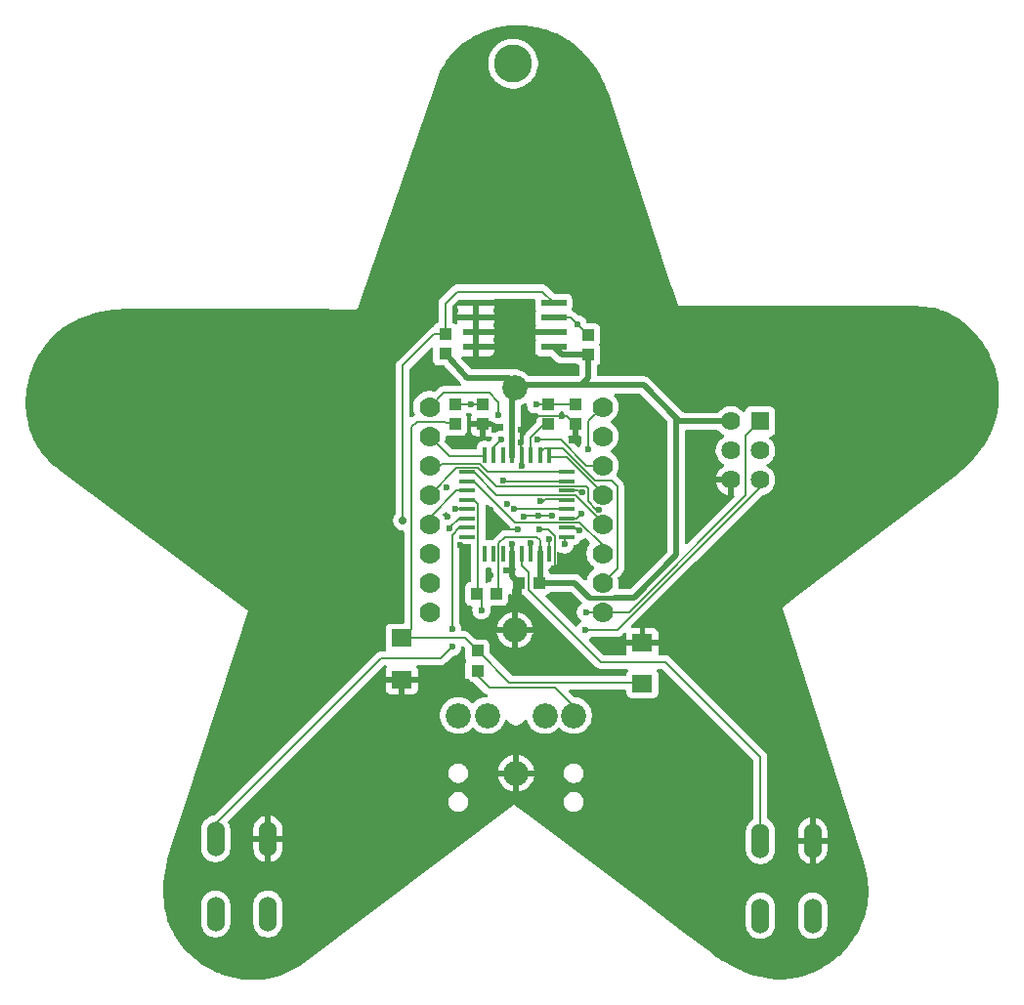
<source format=gbl>
G04 #@! TF.GenerationSoftware,KiCad,Pcbnew,9.0.0*
G04 #@! TF.CreationDate,2025-04-20T11:40:54+02:00*
G04 #@! TF.ProjectId,Blinkenstar,426c696e-6b65-46e7-9374-61722e6b6963,2.6*
G04 #@! TF.SameCoordinates,Original*
G04 #@! TF.FileFunction,Copper,L2,Bot*
G04 #@! TF.FilePolarity,Positive*
%FSLAX46Y46*%
G04 Gerber Fmt 4.6, Leading zero omitted, Abs format (unit mm)*
G04 Created by KiCad (PCBNEW 9.0.0) date 2025-04-20 11:40:54*
%MOMM*%
%LPD*%
G01*
G04 APERTURE LIST*
G04 #@! TA.AperFunction,ComponentPad*
%ADD10C,1.778000*%
G04 #@! TD*
G04 #@! TA.AperFunction,ComponentPad*
%ADD11C,2.184400*%
G04 #@! TD*
G04 #@! TA.AperFunction,SMDPad,CuDef*
%ADD12R,0.300000X1.422400*%
G04 #@! TD*
G04 #@! TA.AperFunction,SMDPad,CuDef*
%ADD13R,1.422400X0.300000*%
G04 #@! TD*
G04 #@! TA.AperFunction,SMDPad,CuDef*
%ADD14R,1.422400X0.350000*%
G04 #@! TD*
G04 #@! TA.AperFunction,ComponentPad*
%ADD15O,1.524000X3.048000*%
G04 #@! TD*
G04 #@! TA.AperFunction,SMDPad,CuDef*
%ADD16R,1.050000X1.080000*%
G04 #@! TD*
G04 #@! TA.AperFunction,SMDPad,CuDef*
%ADD17R,1.100000X1.000000*%
G04 #@! TD*
G04 #@! TA.AperFunction,SMDPad,CuDef*
%ADD18R,1.080000X1.050000*%
G04 #@! TD*
G04 #@! TA.AperFunction,SMDPad,CuDef*
%ADD19R,2.209800X0.609600*%
G04 #@! TD*
G04 #@! TA.AperFunction,ComponentPad*
%ADD20R,1.625600X1.625600*%
G04 #@! TD*
G04 #@! TA.AperFunction,ComponentPad*
%ADD21C,1.625600*%
G04 #@! TD*
G04 #@! TA.AperFunction,SMDPad,CuDef*
%ADD22R,1.800000X1.500000*%
G04 #@! TD*
G04 #@! TA.AperFunction,SMDPad,CuDef*
%ADD23R,1.000000X1.100000*%
G04 #@! TD*
G04 #@! TA.AperFunction,ViaPad*
%ADD24C,3.300000*%
G04 #@! TD*
G04 #@! TA.AperFunction,ViaPad*
%ADD25C,0.600000*%
G04 #@! TD*
G04 #@! TA.AperFunction,ViaPad*
%ADD26C,0.704800*%
G04 #@! TD*
G04 #@! TA.AperFunction,Conductor*
%ADD27C,0.500000*%
G04 #@! TD*
G04 #@! TA.AperFunction,Conductor*
%ADD28C,0.200000*%
G04 #@! TD*
G04 #@! TA.AperFunction,Conductor*
%ADD29C,0.300000*%
G04 #@! TD*
G04 #@! TA.AperFunction,Conductor*
%ADD30C,0.400000*%
G04 #@! TD*
G04 #@! TA.AperFunction,Conductor*
%ADD31C,0.254000*%
G04 #@! TD*
G04 APERTURE END LIST*
D10*
X122294055Y-98326459D03*
X122294055Y-95786459D03*
X122294055Y-93246459D03*
X122294055Y-90706459D03*
X122294055Y-88166459D03*
X122294055Y-85626459D03*
X122294055Y-83086459D03*
X122294055Y-80546459D03*
X107294055Y-80546459D03*
X107294055Y-83086459D03*
X107294055Y-85626459D03*
X107294055Y-88166459D03*
X107294055Y-90706459D03*
X107294055Y-93246459D03*
X107294055Y-95786459D03*
X107294055Y-98326459D03*
D11*
X114705155Y-78880577D03*
X114705155Y-99880577D03*
D12*
X112072400Y-84711200D03*
X112872400Y-84711200D03*
X113672400Y-84711200D03*
X114472400Y-84711200D03*
X115272400Y-84711200D03*
X116072400Y-84711200D03*
X116872400Y-84711200D03*
X117672400Y-84711200D03*
D13*
X119161200Y-86200000D03*
X119161200Y-87000000D03*
X119161200Y-87800000D03*
X119161200Y-88600000D03*
X119161200Y-89400000D03*
X119161200Y-90200000D03*
X119161200Y-91000000D03*
D14*
X119161200Y-91825000D03*
D12*
X117672400Y-93288800D03*
X116872400Y-93288800D03*
X116072400Y-93288800D03*
X115272400Y-93288800D03*
X114472400Y-93288800D03*
X113672400Y-93288800D03*
X112872400Y-93288800D03*
X112072400Y-93288800D03*
D13*
X110583600Y-91800000D03*
X110583600Y-91000000D03*
X110583600Y-90200000D03*
X110583600Y-89400000D03*
X110583600Y-88600000D03*
X110583600Y-87800000D03*
X110583600Y-87000000D03*
X110583600Y-86200000D03*
D15*
X135977855Y-118146559D03*
X135977855Y-124648959D03*
X140499055Y-118146559D03*
X140499055Y-124648959D03*
D16*
X116796814Y-95801699D03*
X115046814Y-95801699D03*
D17*
X108670118Y-75958318D03*
X108670118Y-74258318D03*
D18*
X109526015Y-82033599D03*
X109526015Y-80283599D03*
D17*
X119915114Y-82021302D03*
X119915114Y-80321302D03*
D18*
X111933055Y-80306459D03*
X111933055Y-82056459D03*
D19*
X111321800Y-75355000D03*
X111321800Y-74085000D03*
X111321800Y-72815000D03*
X111321800Y-71545000D03*
X118052800Y-71545000D03*
X118052800Y-72815000D03*
X118052800Y-74085000D03*
X118052800Y-75355000D03*
D17*
X121055155Y-76031980D03*
X121055155Y-74331980D03*
D20*
X135950000Y-81800000D03*
D21*
X133410000Y-81800000D03*
X135950000Y-84340000D03*
X133410000Y-84340000D03*
X135950000Y-86880000D03*
X133410000Y-86880000D03*
D11*
X119794055Y-107296459D03*
X117294055Y-107296459D03*
X114794055Y-112296459D03*
X109794055Y-107296459D03*
X112294055Y-107296459D03*
D22*
X125750000Y-100950000D03*
X125750000Y-104550000D03*
D17*
X117594055Y-80331459D03*
X117594055Y-82031459D03*
D22*
X104893000Y-100600000D03*
X104893000Y-104200000D03*
D17*
X111450000Y-101700000D03*
X111450000Y-103400000D03*
D23*
X113100000Y-96750000D03*
X111400000Y-96750000D03*
D15*
X88767255Y-117997759D03*
X88767255Y-124500159D03*
X93288455Y-117997759D03*
X93288455Y-124500159D03*
D24*
X114550000Y-50800000D03*
D25*
X117950000Y-89950000D03*
X123650000Y-84350000D03*
X115224036Y-82550000D03*
X110300000Y-99200000D03*
X118750000Y-81305459D03*
X120250000Y-94100000D03*
X115224036Y-83625000D03*
X110700000Y-76550000D03*
X117400000Y-100650000D03*
X116700000Y-90000000D03*
X114950000Y-91200000D03*
X110550000Y-104350000D03*
X116800000Y-91200000D03*
X114450000Y-92400000D03*
X119600000Y-83500000D03*
X109000000Y-78250000D03*
X116500000Y-81305459D03*
X112950000Y-82500000D03*
X112550000Y-89450000D03*
X110100000Y-93900000D03*
X108800000Y-87550000D03*
X135500000Y-91800000D03*
X118050000Y-97050000D03*
X109950000Y-92550000D03*
X123000000Y-101350000D03*
X115300000Y-85675000D03*
X126000000Y-93700000D03*
X114705155Y-97150000D03*
X112550000Y-95100000D03*
X118050000Y-94550000D03*
X124400000Y-81700000D03*
X114600000Y-72900000D03*
X115500000Y-90050000D03*
X108850000Y-90050000D03*
X112550000Y-90400000D03*
X113950000Y-94750000D03*
X114050000Y-88950000D03*
X120800000Y-99900000D03*
X111800000Y-98150000D03*
X109025000Y-91075000D03*
D26*
X105000000Y-90400000D03*
D25*
X120136587Y-73413413D03*
X109550000Y-89400000D03*
X117650000Y-92000000D03*
X109250000Y-101350000D03*
X109250000Y-99800000D03*
X114650000Y-89400000D03*
X120475000Y-89775000D03*
X121050000Y-84250000D03*
X119000000Y-92450000D03*
X120850000Y-98326459D03*
X120278768Y-91271232D03*
X121941745Y-89432350D03*
X116072400Y-92350000D03*
X116550000Y-80350000D03*
X110900000Y-80299112D03*
X120525000Y-87925000D03*
X116901000Y-88701000D03*
X113300000Y-81250000D03*
X113700000Y-86899000D03*
X116650000Y-83400000D03*
X113500000Y-83400000D03*
D27*
X125048541Y-97051459D02*
X123298541Y-97051459D01*
D28*
X113300000Y-96550000D02*
X113300000Y-94226000D01*
D27*
X114472400Y-84872400D02*
X114472400Y-79113332D01*
X118729780Y-76031980D02*
X118052800Y-75355000D01*
D28*
X116872400Y-92126000D02*
X116872400Y-93127600D01*
X116546400Y-91800000D02*
X116872400Y-92126000D01*
D27*
X128700000Y-81500000D02*
X128700000Y-81850000D01*
D28*
X114159055Y-79276459D02*
X114159055Y-78006459D01*
X113100000Y-96750000D02*
X113300000Y-96550000D01*
D27*
X121055155Y-76031980D02*
X118729780Y-76031980D01*
D29*
X114392737Y-79692996D02*
X114705155Y-78880577D01*
D27*
X128700000Y-93400000D02*
X125048541Y-97051459D01*
X110564055Y-78006459D02*
X108670118Y-75958318D01*
X121055155Y-78044845D02*
X120516673Y-78583327D01*
D28*
X116699055Y-95786459D02*
X116796814Y-95801699D01*
X113300000Y-94226000D02*
X113296400Y-94226000D01*
D27*
X125850000Y-78650000D02*
X128700000Y-81500000D01*
X128700000Y-81850000D02*
X128700000Y-93400000D01*
X114705155Y-78880577D02*
X114935732Y-78650000D01*
D28*
X113848000Y-91800000D02*
X116546400Y-91800000D01*
D27*
X121151459Y-97051459D02*
X119901699Y-95801699D01*
X110564055Y-78006459D02*
X114159055Y-78006459D01*
X114935732Y-78650000D02*
X125150000Y-78650000D01*
D28*
X113296400Y-94226000D02*
X113296400Y-92351600D01*
D27*
X116872400Y-93127600D02*
X116872400Y-95726113D01*
X129000000Y-81800000D02*
X133410000Y-81800000D01*
X125150000Y-78650000D02*
X125850000Y-78650000D01*
X128700000Y-81500000D02*
X129000000Y-81800000D01*
X124350000Y-78650000D02*
X125150000Y-78650000D01*
D30*
X123298541Y-97051459D02*
X121151459Y-97051459D01*
D28*
X113296400Y-92351600D02*
X113300000Y-92351600D01*
X114472400Y-79113332D02*
X114705155Y-78880577D01*
X113300000Y-92348000D02*
X113848000Y-91800000D01*
X113300000Y-92351600D02*
X113300000Y-92348000D01*
X114159055Y-79276459D02*
X114705155Y-78880577D01*
X116872400Y-95726113D02*
X116796814Y-95801699D01*
D27*
X119901699Y-95801699D02*
X116796814Y-95801699D01*
X121055155Y-76031980D02*
X121055155Y-78044845D01*
X115046814Y-95801699D02*
X115046814Y-96046814D01*
D28*
X118176000Y-91782123D02*
X118176000Y-94424000D01*
D27*
X114705155Y-97150000D02*
X114705155Y-99880577D01*
D28*
X115235216Y-82550000D02*
X115224036Y-82550000D01*
X116500000Y-81305459D02*
X118750000Y-81305459D01*
X115224036Y-82550000D02*
X115224036Y-83625000D01*
X115272400Y-84872400D02*
X115272400Y-84472400D01*
X116700000Y-90000000D02*
X115550000Y-90000000D01*
X115272400Y-83973364D02*
X115272400Y-84872400D01*
X117950000Y-89950000D02*
X116750000Y-89950000D01*
D27*
X115046814Y-96046814D02*
X114705155Y-96388473D01*
D28*
X118176000Y-94424000D02*
X118050000Y-94550000D01*
X115272400Y-84872400D02*
X115272400Y-85647400D01*
X117593877Y-91200000D02*
X118176000Y-91782123D01*
X115713173Y-99880577D02*
X114705155Y-99880577D01*
X116750000Y-89950000D02*
X116700000Y-90000000D01*
D27*
X114472400Y-95227285D02*
X115046814Y-95801699D01*
D28*
X116500000Y-81305459D02*
X116479757Y-81305459D01*
X115550000Y-90000000D02*
X115500000Y-90050000D01*
X118750000Y-81305459D02*
X119199271Y-81305459D01*
X115224036Y-83925000D02*
X115272400Y-83973364D01*
D27*
X114472400Y-93127600D02*
X114472400Y-95227285D01*
D28*
X112506459Y-82056459D02*
X112950000Y-82500000D01*
X116479757Y-81305459D02*
X115235216Y-82550000D01*
X119199271Y-81305459D02*
X119915114Y-82021302D01*
X116800000Y-91200000D02*
X117593877Y-91200000D01*
X111933055Y-82056459D02*
X112506459Y-82056459D01*
D27*
X114705155Y-96388473D02*
X114705155Y-97150000D01*
D28*
X113350000Y-91200000D02*
X114950000Y-91200000D01*
X115046814Y-95801699D02*
X114635334Y-95390218D01*
X115272400Y-85647400D02*
X115300000Y-85675000D01*
X112550000Y-90400000D02*
X113350000Y-91200000D01*
X115224036Y-83625000D02*
X115224036Y-83925000D01*
X135950000Y-87500000D02*
X123550000Y-99900000D01*
X111800000Y-97150000D02*
X111400000Y-96750000D01*
X135950000Y-86880000D02*
X135950000Y-87500000D01*
X111144800Y-88600000D02*
X111520800Y-88976000D01*
X111520800Y-88976000D02*
X111520800Y-96629200D01*
X110744800Y-88600000D02*
X111144800Y-88600000D01*
X111800000Y-98150000D02*
X111800000Y-97150000D01*
X111520800Y-96629200D02*
X111400000Y-96750000D01*
X123550000Y-99900000D02*
X120800000Y-99900000D01*
X109025000Y-91025000D02*
X109850000Y-90200000D01*
X108670118Y-71579882D02*
X109700000Y-70550000D01*
X117057800Y-70550000D02*
X118052800Y-71545000D01*
X109700000Y-70550000D02*
X117057800Y-70550000D01*
X105000000Y-90400000D02*
X105000000Y-76950000D01*
X109850000Y-90200000D02*
X110744800Y-90200000D01*
X105000000Y-76950000D02*
X107691682Y-74258318D01*
X108670118Y-74258318D02*
X108670118Y-71579882D01*
X109025000Y-91075000D02*
X109025000Y-91025000D01*
X107691682Y-74258318D02*
X108670118Y-74258318D01*
X121055155Y-74331980D02*
X119538175Y-72815000D01*
X109550000Y-89400000D02*
X110744800Y-89400000D01*
X120664633Y-73941459D02*
X121055155Y-74331980D01*
X119538175Y-72815000D02*
X118052800Y-72815000D01*
X120136587Y-73413413D02*
X121055155Y-74331980D01*
X117672400Y-92022400D02*
X117650000Y-92000000D01*
X117672400Y-93127600D02*
X117672400Y-92022400D01*
X122294055Y-87994055D02*
X122294055Y-88166459D01*
X119172400Y-84872400D02*
X122294055Y-87994055D01*
X117672400Y-84872400D02*
X119172400Y-84872400D01*
X103100000Y-102350000D02*
X88767255Y-116682745D01*
X109250000Y-99800000D02*
X109250000Y-91650000D01*
X109250000Y-91650000D02*
X109900000Y-91000000D01*
X108250000Y-102350000D02*
X103100000Y-102350000D01*
X88767255Y-116682745D02*
X88767255Y-117997759D01*
X109900000Y-91000000D02*
X110744800Y-91000000D01*
X109250000Y-101350000D02*
X108250000Y-102350000D01*
X107294055Y-83086459D02*
X109057596Y-84850000D01*
X109057596Y-84850000D02*
X112050000Y-84850000D01*
X112050000Y-84850000D02*
X112072400Y-84872400D01*
X107294055Y-93246459D02*
X107752455Y-92788059D01*
X114650000Y-89400000D02*
X119000000Y-89400000D01*
X123550000Y-94530514D02*
X122294055Y-95786459D01*
X121680747Y-86900000D02*
X123050000Y-86900000D01*
X116872400Y-84472400D02*
X117248400Y-84096400D01*
X118877147Y-84096400D02*
X121680747Y-86900000D01*
X116872400Y-84872400D02*
X116872400Y-84472400D01*
X123550000Y-87400000D02*
X123550000Y-94530514D01*
X123050000Y-86900000D02*
X123550000Y-87400000D01*
X117248400Y-84096400D02*
X118877147Y-84096400D01*
X109661230Y-87800000D02*
X107294055Y-90167175D01*
D31*
X107294055Y-90167175D02*
X107294055Y-90706459D01*
D28*
X110744800Y-87800000D02*
X109661230Y-87800000D01*
X121050000Y-81790514D02*
X122294055Y-80546459D01*
X119000000Y-90200000D02*
X120050000Y-90200000D01*
X120050000Y-90200000D02*
X120475000Y-89775000D01*
X121050000Y-84250000D02*
X121050000Y-81790514D01*
X135977855Y-118146559D02*
X135977855Y-110927855D01*
X115272400Y-94272400D02*
X115272400Y-93127600D01*
X135977855Y-110927855D02*
X127700000Y-102650000D01*
X115900000Y-94900000D02*
X115272400Y-94272400D01*
X122128115Y-102650000D02*
X115900000Y-96421885D01*
X115900000Y-96421885D02*
X115900000Y-94900000D01*
X127700000Y-102650000D02*
X122128115Y-102650000D01*
X134700000Y-88200000D02*
X124573541Y-98326459D01*
X135950000Y-81800000D02*
X134700000Y-83050000D01*
X134700000Y-83050000D02*
X134700000Y-88200000D01*
X122294055Y-98326459D02*
X122294055Y-97944840D01*
X124573541Y-98326459D02*
X120850000Y-98326459D01*
X119000000Y-91800000D02*
X119000000Y-92450000D01*
X113917877Y-87425000D02*
X113482123Y-87425000D01*
X121050000Y-87600000D02*
X120850000Y-87400000D01*
X113942877Y-87400000D02*
X113917877Y-87425000D01*
X121050000Y-88719940D02*
X121050000Y-87600000D01*
X121941745Y-89432350D02*
X121762410Y-89432350D01*
X119850000Y-91000000D02*
X119161200Y-91000000D01*
X121762410Y-89432350D02*
X121050000Y-88719940D01*
X120121232Y-91271232D02*
X119850000Y-91000000D01*
X109636514Y-85824000D02*
X107294055Y-88166459D01*
X113096800Y-87400000D02*
X111520800Y-85824000D01*
X113457123Y-87400000D02*
X113096800Y-87400000D01*
X111520800Y-85824000D02*
X109636514Y-85824000D01*
X113482123Y-87425000D02*
X113457123Y-87400000D01*
X120850000Y-87400000D02*
X113942877Y-87400000D01*
X120278768Y-91271232D02*
X120121232Y-91271232D01*
X119161200Y-91000000D02*
X119000000Y-91000000D01*
X111144801Y-87000000D02*
X110744800Y-87000000D01*
X120326000Y-90576000D02*
X114720801Y-90576000D01*
X122294055Y-92544055D02*
X120326000Y-90576000D01*
X122294055Y-93246459D02*
X122294055Y-92544055D01*
X114720801Y-90576000D02*
X111144801Y-87000000D01*
X109526015Y-80283599D02*
X110668921Y-80297468D01*
X110900000Y-80299112D02*
X110341513Y-80299112D01*
X110326000Y-80283599D02*
X109526015Y-80283599D01*
X119915114Y-80321302D02*
X117594055Y-80331459D01*
X117594055Y-80331459D02*
X116568541Y-80331459D01*
X116568541Y-80331459D02*
X116550000Y-80350000D01*
X116072400Y-92350000D02*
X116072400Y-93127600D01*
X110341513Y-80299112D02*
X110326000Y-80283599D01*
X109664555Y-80283599D02*
X109526015Y-80283599D01*
X110668921Y-80297468D02*
X111933055Y-80306459D01*
X116072400Y-84872400D02*
X116072400Y-83227600D01*
X116072400Y-83227600D02*
X117268541Y-82031459D01*
X117268541Y-82031459D02*
X117594055Y-82031459D01*
X118192596Y-104900000D02*
X119794055Y-106501459D01*
X119794055Y-106501459D02*
X119794055Y-107296459D01*
X111450000Y-103862404D02*
X112487596Y-104900000D01*
X112487596Y-104900000D02*
X118192596Y-104900000D01*
X111450000Y-103400000D02*
X111450000Y-103862404D01*
X120200000Y-87800000D02*
X119000000Y-87800000D01*
X120525000Y-87925000D02*
X120325000Y-87925000D01*
X120325000Y-87925000D02*
X120200000Y-87800000D01*
X107294055Y-85626459D02*
X107752455Y-86084859D01*
X112357834Y-86200000D02*
X111655834Y-85498000D01*
X108339314Y-85498000D02*
X107752455Y-86084859D01*
X119000000Y-86200000D02*
X112357834Y-86200000D01*
X111655834Y-85498000D02*
X108339314Y-85498000D01*
X118902000Y-88502000D02*
X119000000Y-88600000D01*
X108490514Y-79350000D02*
X112493596Y-79350000D01*
X116901000Y-88701000D02*
X117149000Y-88701000D01*
X107294055Y-80546459D02*
X108490514Y-79350000D01*
X117348000Y-88502000D02*
X118902000Y-88502000D01*
X113300000Y-80156404D02*
X113300000Y-81250000D01*
X112493596Y-79350000D02*
X113300000Y-80156404D01*
X117149000Y-88701000D02*
X117348000Y-88502000D01*
X113801000Y-87000000D02*
X113700000Y-86899000D01*
X119000000Y-87000000D02*
X113801000Y-87000000D01*
X110744800Y-86200000D02*
X111144800Y-86200000D01*
X111144800Y-86200000D02*
X113120800Y-88176000D01*
X119926000Y-88176000D02*
X122294055Y-90544055D01*
X122294055Y-90544055D02*
X122294055Y-90706459D01*
X113120800Y-88176000D02*
X119926000Y-88176000D01*
X116650000Y-83400000D02*
X118641781Y-83400000D01*
X113500000Y-83400000D02*
X112872400Y-84027600D01*
X120868240Y-85626459D02*
X122294055Y-85626459D01*
X112872400Y-84027600D02*
X112872400Y-84872400D01*
X118641781Y-83400000D02*
X120868240Y-85626459D01*
X125750000Y-104550000D02*
X125650000Y-104450000D01*
X106244415Y-81844399D02*
X105742324Y-82252465D01*
X104893000Y-100600000D02*
X110350000Y-100600000D01*
X105700000Y-82294789D02*
X105700000Y-99793000D01*
X114200000Y-104450000D02*
X111450000Y-101700000D01*
X105700000Y-99793000D02*
X104893000Y-100600000D01*
X108445215Y-81844399D02*
X106244415Y-81844399D01*
X110350000Y-100600000D02*
X111450000Y-101700000D01*
X125650000Y-104450000D02*
X114200000Y-104450000D01*
X105742324Y-82252465D02*
X105700000Y-82294789D01*
X109526015Y-82033599D02*
X108445215Y-81844399D01*
G04 #@! TA.AperFunction,Conductor*
G36*
X110863339Y-92470184D02*
G01*
X110909094Y-92522988D01*
X110920300Y-92574499D01*
X110920300Y-95580787D01*
X110900615Y-95647826D01*
X110847811Y-95693581D01*
X110809556Y-95704076D01*
X110792519Y-95705907D01*
X110657671Y-95756202D01*
X110657664Y-95756206D01*
X110542455Y-95842452D01*
X110542452Y-95842455D01*
X110456206Y-95957664D01*
X110456202Y-95957671D01*
X110405908Y-96092517D01*
X110399501Y-96152116D01*
X110399500Y-96152135D01*
X110399500Y-97347870D01*
X110399501Y-97347876D01*
X110405908Y-97407483D01*
X110456202Y-97542328D01*
X110456206Y-97542335D01*
X110542452Y-97657544D01*
X110542455Y-97657547D01*
X110657664Y-97743793D01*
X110657671Y-97743797D01*
X110702618Y-97760561D01*
X110792517Y-97794091D01*
X110852127Y-97800500D01*
X110902242Y-97800499D01*
X110969280Y-97820182D01*
X111015035Y-97872985D01*
X111024980Y-97942144D01*
X111023860Y-97948690D01*
X110999500Y-98071159D01*
X110999500Y-98228846D01*
X111030261Y-98383489D01*
X111030264Y-98383501D01*
X111090602Y-98529172D01*
X111090609Y-98529185D01*
X111178210Y-98660288D01*
X111178213Y-98660292D01*
X111289707Y-98771786D01*
X111289711Y-98771789D01*
X111420814Y-98859390D01*
X111420827Y-98859397D01*
X111566498Y-98919735D01*
X111566503Y-98919737D01*
X111709837Y-98948248D01*
X111721153Y-98950499D01*
X111721156Y-98950500D01*
X111721158Y-98950500D01*
X111878844Y-98950500D01*
X111878845Y-98950499D01*
X112033497Y-98919737D01*
X112146166Y-98873067D01*
X112179172Y-98859397D01*
X112179172Y-98859396D01*
X112179179Y-98859394D01*
X112310289Y-98771789D01*
X112421789Y-98660289D01*
X112509394Y-98529179D01*
X112569737Y-98383497D01*
X112600500Y-98228842D01*
X112600500Y-98071158D01*
X112600500Y-98071155D01*
X112600499Y-98071153D01*
X112576140Y-97948690D01*
X112582367Y-97879099D01*
X112625230Y-97823921D01*
X112691120Y-97800677D01*
X112697724Y-97800499D01*
X113647872Y-97800499D01*
X113707483Y-97794091D01*
X113842331Y-97743796D01*
X113957546Y-97657546D01*
X114043796Y-97542331D01*
X114094091Y-97407483D01*
X114100500Y-97347873D01*
X114100499Y-96896175D01*
X114120183Y-96829139D01*
X114172987Y-96783384D01*
X114242146Y-96773440D01*
X114271006Y-96783047D01*
X114271415Y-96781953D01*
X114414434Y-96835295D01*
X114414441Y-96835297D01*
X114473969Y-96841698D01*
X114473986Y-96841699D01*
X114796814Y-96841699D01*
X114796814Y-95925699D01*
X114816499Y-95858660D01*
X114869303Y-95812905D01*
X114920814Y-95801699D01*
X115172814Y-95801699D01*
X115239853Y-95821384D01*
X115285608Y-95874188D01*
X115296814Y-95925699D01*
X115296814Y-96841699D01*
X115419216Y-96841699D01*
X115448655Y-96850343D01*
X115478641Y-96856866D01*
X115483657Y-96860621D01*
X115486255Y-96861384D01*
X115506890Y-96878011D01*
X115531284Y-96902405D01*
X115531286Y-96902406D01*
X121759399Y-103130520D01*
X121759401Y-103130521D01*
X121759405Y-103130524D01*
X121893444Y-103207910D01*
X121896331Y-103209577D01*
X122049058Y-103250501D01*
X122049060Y-103250501D01*
X122214769Y-103250501D01*
X122214785Y-103250500D01*
X124388429Y-103250500D01*
X124455468Y-103270185D01*
X124501223Y-103322989D01*
X124511167Y-103392147D01*
X124487695Y-103448811D01*
X124406206Y-103557664D01*
X124406202Y-103557671D01*
X124355910Y-103692513D01*
X124355909Y-103692517D01*
X124350937Y-103738757D01*
X124324201Y-103803306D01*
X124266809Y-103843154D01*
X124227649Y-103849500D01*
X114500097Y-103849500D01*
X114433058Y-103829815D01*
X114412416Y-103813181D01*
X112536818Y-101937583D01*
X112503333Y-101876260D01*
X112500499Y-101849902D01*
X112500499Y-101152129D01*
X112500498Y-101152123D01*
X112494091Y-101092516D01*
X112443797Y-100957671D01*
X112443793Y-100957664D01*
X112357547Y-100842455D01*
X112357544Y-100842452D01*
X112242335Y-100756206D01*
X112242328Y-100756202D01*
X112107482Y-100705908D01*
X112107483Y-100705908D01*
X112047883Y-100699501D01*
X112047881Y-100699500D01*
X112047873Y-100699500D01*
X112047865Y-100699500D01*
X111350097Y-100699500D01*
X111283058Y-100679815D01*
X111262416Y-100663181D01*
X110837589Y-100238354D01*
X110830520Y-100231285D01*
X110830520Y-100231284D01*
X110718716Y-100119480D01*
X110631904Y-100069360D01*
X110631904Y-100069359D01*
X110631900Y-100069358D01*
X110581785Y-100040423D01*
X110429057Y-99999499D01*
X110270943Y-99999499D01*
X110263347Y-99999499D01*
X110263331Y-99999500D01*
X110174500Y-99999500D01*
X110107461Y-99979815D01*
X110061706Y-99927011D01*
X110050500Y-99875500D01*
X110050500Y-99721155D01*
X110044667Y-99691832D01*
X110044667Y-99691831D01*
X110032482Y-99630577D01*
X113132705Y-99630577D01*
X113996914Y-99630577D01*
X113983977Y-99661810D01*
X113955155Y-99806708D01*
X113955155Y-99954446D01*
X113983977Y-100099344D01*
X113996914Y-100130577D01*
X113132705Y-100130577D01*
X113152161Y-100253419D01*
X113229604Y-100491767D01*
X113343386Y-100715074D01*
X113490687Y-100917818D01*
X113490691Y-100917823D01*
X113667908Y-101095040D01*
X113667913Y-101095044D01*
X113870657Y-101242345D01*
X114093964Y-101356127D01*
X114332312Y-101433570D01*
X114455155Y-101453027D01*
X114455155Y-100588817D01*
X114486388Y-100601755D01*
X114631286Y-100630577D01*
X114779024Y-100630577D01*
X114923922Y-100601755D01*
X114955155Y-100588817D01*
X114955155Y-101453026D01*
X115077997Y-101433570D01*
X115316345Y-101356127D01*
X115539652Y-101242345D01*
X115742396Y-101095044D01*
X115742401Y-101095040D01*
X115919618Y-100917823D01*
X115919622Y-100917818D01*
X116066923Y-100715074D01*
X116180705Y-100491767D01*
X116258148Y-100253419D01*
X116277605Y-100130577D01*
X115413396Y-100130577D01*
X115426333Y-100099344D01*
X115455155Y-99954446D01*
X115455155Y-99806708D01*
X115426333Y-99661810D01*
X115413396Y-99630577D01*
X116277605Y-99630577D01*
X116258148Y-99507734D01*
X116180705Y-99269386D01*
X116066923Y-99046079D01*
X115919622Y-98843335D01*
X115919618Y-98843330D01*
X115742401Y-98666113D01*
X115742396Y-98666109D01*
X115539652Y-98518808D01*
X115316345Y-98405026D01*
X115077993Y-98327582D01*
X115077994Y-98327582D01*
X114955155Y-98308126D01*
X114955155Y-99172336D01*
X114923922Y-99159399D01*
X114779024Y-99130577D01*
X114631286Y-99130577D01*
X114486388Y-99159399D01*
X114455155Y-99172336D01*
X114455155Y-98308126D01*
X114455154Y-98308126D01*
X114332316Y-98327582D01*
X114093964Y-98405026D01*
X113870657Y-98518808D01*
X113667913Y-98666109D01*
X113667908Y-98666113D01*
X113490691Y-98843330D01*
X113490687Y-98843335D01*
X113343386Y-99046079D01*
X113229604Y-99269386D01*
X113152161Y-99507734D01*
X113132705Y-99630577D01*
X110032482Y-99630577D01*
X110027924Y-99607664D01*
X110019737Y-99566503D01*
X110016361Y-99558353D01*
X109959397Y-99420827D01*
X109959390Y-99420814D01*
X109871398Y-99289125D01*
X109850520Y-99222447D01*
X109850500Y-99220234D01*
X109850500Y-92574499D01*
X109870185Y-92507460D01*
X109922989Y-92461705D01*
X109974500Y-92450499D01*
X110796300Y-92450499D01*
X110863339Y-92470184D01*
G37*
G04 #@! TD.AperFunction*
G04 #@! TA.AperFunction,Conductor*
G36*
X119606508Y-96571884D02*
G01*
X119627150Y-96588518D01*
X120095091Y-97056459D01*
X120474806Y-97436173D01*
X120508291Y-97497496D01*
X120503307Y-97567187D01*
X120461435Y-97623121D01*
X120456016Y-97626956D01*
X120339711Y-97704669D01*
X120339707Y-97704672D01*
X120228213Y-97816166D01*
X120228210Y-97816170D01*
X120140609Y-97947273D01*
X120140602Y-97947286D01*
X120080264Y-98092957D01*
X120080261Y-98092969D01*
X120049500Y-98247612D01*
X120049500Y-98405305D01*
X120080261Y-98559948D01*
X120080264Y-98559960D01*
X120140602Y-98705631D01*
X120140609Y-98705644D01*
X120228210Y-98836747D01*
X120228213Y-98836751D01*
X120339708Y-98948246D01*
X120339711Y-98948248D01*
X120407319Y-98993422D01*
X120452124Y-99047033D01*
X120460831Y-99116358D01*
X120430677Y-99179386D01*
X120407320Y-99199626D01*
X120289707Y-99278213D01*
X120178213Y-99389707D01*
X120178210Y-99389711D01*
X120090609Y-99520814D01*
X120087736Y-99526191D01*
X120086711Y-99525643D01*
X120046766Y-99575204D01*
X119980470Y-99597263D01*
X119912772Y-99579978D01*
X119888374Y-99561023D01*
X117371236Y-97043886D01*
X117337751Y-96982563D01*
X117342735Y-96912871D01*
X117384607Y-96856938D01*
X117422328Y-96839305D01*
X117422029Y-96838501D01*
X117564142Y-96785496D01*
X117564141Y-96785496D01*
X117564145Y-96785495D01*
X117679360Y-96699245D01*
X117752242Y-96601887D01*
X117808175Y-96560017D01*
X117851508Y-96552199D01*
X119539469Y-96552199D01*
X119606508Y-96571884D01*
G37*
G04 #@! TD.AperFunction*
G04 #@! TA.AperFunction,Conductor*
G36*
X125554809Y-79420185D02*
G01*
X125575451Y-79436819D01*
X127913181Y-81774548D01*
X127946666Y-81835871D01*
X127949500Y-81862229D01*
X127949500Y-93037770D01*
X127929815Y-93104809D01*
X127913181Y-93125451D01*
X124773992Y-96264640D01*
X124712669Y-96298125D01*
X124686311Y-96300959D01*
X123758562Y-96300959D01*
X123691523Y-96281274D01*
X123645768Y-96228470D01*
X123635824Y-96159312D01*
X123640631Y-96138640D01*
X123649341Y-96111834D01*
X123673758Y-95957671D01*
X123683555Y-95895820D01*
X123683555Y-95677097D01*
X123654520Y-95493786D01*
X123649341Y-95461084D01*
X123628512Y-95396982D01*
X123626518Y-95327142D01*
X123658761Y-95270986D01*
X123908506Y-95021242D01*
X123908511Y-95021238D01*
X123918714Y-95011034D01*
X123918716Y-95011034D01*
X124030520Y-94899230D01*
X124109577Y-94762298D01*
X124150500Y-94609571D01*
X124150500Y-87489060D01*
X124150501Y-87489047D01*
X124150501Y-87320944D01*
X124136244Y-87267738D01*
X124109577Y-87168216D01*
X124087513Y-87130000D01*
X124030524Y-87031290D01*
X124030518Y-87031282D01*
X123502755Y-86503519D01*
X123469270Y-86442196D01*
X123474254Y-86372504D01*
X123480707Y-86359289D01*
X123480250Y-86359057D01*
X123501525Y-86317304D01*
X123581756Y-86159842D01*
X123649341Y-85951834D01*
X123666967Y-85840541D01*
X123683555Y-85735820D01*
X123683555Y-85517097D01*
X123658588Y-85359469D01*
X123649341Y-85301084D01*
X123604775Y-85163921D01*
X123581757Y-85093078D01*
X123581756Y-85093075D01*
X123520635Y-84973121D01*
X123482462Y-84898202D01*
X123470423Y-84881632D01*
X123353912Y-84721265D01*
X123199254Y-84566607D01*
X123192537Y-84561727D01*
X123048083Y-84456775D01*
X123005419Y-84401448D01*
X122999440Y-84331835D01*
X123032045Y-84270039D01*
X123048078Y-84256145D01*
X123199254Y-84146311D01*
X123353907Y-83991658D01*
X123353909Y-83991654D01*
X123353912Y-83991652D01*
X123410284Y-83914060D01*
X123482462Y-83814716D01*
X123581756Y-83619842D01*
X123649341Y-83411834D01*
X123670753Y-83276643D01*
X123683555Y-83195820D01*
X123683555Y-82977097D01*
X123659234Y-82823545D01*
X123649341Y-82761084D01*
X123599427Y-82607461D01*
X123581757Y-82553078D01*
X123581756Y-82553075D01*
X123542922Y-82476861D01*
X123482462Y-82358202D01*
X123444869Y-82306459D01*
X123353912Y-82181265D01*
X123199254Y-82026607D01*
X123191952Y-82021302D01*
X123048083Y-81916775D01*
X123005419Y-81861448D01*
X122999440Y-81791835D01*
X123032045Y-81730039D01*
X123048078Y-81716145D01*
X123199254Y-81606311D01*
X123353907Y-81451658D01*
X123353909Y-81451654D01*
X123353912Y-81451652D01*
X123425456Y-81353179D01*
X123482462Y-81274716D01*
X123581756Y-81079842D01*
X123649341Y-80871834D01*
X123669451Y-80744864D01*
X123683555Y-80655820D01*
X123683555Y-80437097D01*
X123654784Y-80255451D01*
X123649341Y-80221084D01*
X123581756Y-80013076D01*
X123581756Y-80013075D01*
X123547370Y-79945591D01*
X123482462Y-79818202D01*
X123470518Y-79801763D01*
X123353912Y-79641265D01*
X123324828Y-79612181D01*
X123291343Y-79550858D01*
X123296327Y-79481166D01*
X123338199Y-79425233D01*
X123403663Y-79400816D01*
X123412509Y-79400500D01*
X124276082Y-79400500D01*
X125076082Y-79400500D01*
X125487770Y-79400500D01*
X125554809Y-79420185D01*
G37*
G04 #@! TD.AperFunction*
G04 #@! TA.AperFunction,Conductor*
G36*
X112515722Y-94457094D02*
G01*
X112614917Y-94494091D01*
X112614919Y-94494091D01*
X112618833Y-94495551D01*
X112674767Y-94537422D01*
X112699184Y-94602887D01*
X112699500Y-94611733D01*
X112699500Y-95575500D01*
X112679815Y-95642539D01*
X112627011Y-95688294D01*
X112575505Y-95699500D01*
X112552132Y-95699500D01*
X112552123Y-95699501D01*
X112492516Y-95705908D01*
X112357671Y-95756202D01*
X112357666Y-95756205D01*
X112324307Y-95781177D01*
X112299548Y-95790410D01*
X112276351Y-95803076D01*
X112267321Y-95802429D01*
X112258843Y-95805592D01*
X112233023Y-95799974D01*
X112206660Y-95798088D01*
X112194947Y-95791691D01*
X112190570Y-95790739D01*
X112175684Y-95781171D01*
X112170985Y-95777653D01*
X112129116Y-95721718D01*
X112121300Y-95678390D01*
X112121300Y-94624499D01*
X112140985Y-94557460D01*
X112193789Y-94511705D01*
X112245300Y-94500499D01*
X112270271Y-94500499D01*
X112270272Y-94500499D01*
X112329883Y-94494091D01*
X112429069Y-94457096D01*
X112498758Y-94452113D01*
X112515722Y-94457094D01*
G37*
G04 #@! TD.AperFunction*
G04 #@! TA.AperFunction,Conductor*
G36*
X120841335Y-91945270D02*
G01*
X120863850Y-91963085D01*
X121162607Y-92261842D01*
X121196092Y-92323165D01*
X121191108Y-92392857D01*
X121175245Y-92422407D01*
X121105649Y-92518199D01*
X121006353Y-92713075D01*
X121006352Y-92713078D01*
X120938769Y-92921082D01*
X120904555Y-93137097D01*
X120904555Y-93355820D01*
X120938769Y-93571835D01*
X121006352Y-93779839D01*
X121006353Y-93779842D01*
X121105650Y-93974719D01*
X121234197Y-94151652D01*
X121388861Y-94306316D01*
X121540024Y-94416141D01*
X121582690Y-94471470D01*
X121588669Y-94541084D01*
X121556064Y-94602879D01*
X121540024Y-94616777D01*
X121388861Y-94726601D01*
X121234197Y-94881265D01*
X121105650Y-95058198D01*
X121006353Y-95253075D01*
X121006352Y-95253078D01*
X120938769Y-95461081D01*
X120933589Y-95493786D01*
X120903658Y-95556920D01*
X120844346Y-95593850D01*
X120774484Y-95592851D01*
X120723435Y-95562067D01*
X120380120Y-95218751D01*
X120380119Y-95218750D01*
X120301974Y-95166536D01*
X120301973Y-95166535D01*
X120257200Y-95136618D01*
X120257187Y-95136611D01*
X120120616Y-95080042D01*
X120120606Y-95080039D01*
X119975619Y-95051199D01*
X119975617Y-95051199D01*
X117851508Y-95051199D01*
X117849874Y-95050719D01*
X117848228Y-95051156D01*
X117816456Y-95040906D01*
X117784469Y-95031514D01*
X117782836Y-95030060D01*
X117781733Y-95029705D01*
X117772264Y-95020653D01*
X117755680Y-95005894D01*
X117753908Y-95003736D01*
X117679360Y-94904153D01*
X117660589Y-94890101D01*
X117651072Y-94878512D01*
X117643032Y-94859599D01*
X117630716Y-94843145D01*
X117626792Y-94821397D01*
X117623738Y-94814211D01*
X117624593Y-94809205D01*
X117622900Y-94799817D01*
X117622900Y-94624499D01*
X117642585Y-94557460D01*
X117695389Y-94511705D01*
X117746900Y-94500499D01*
X117870271Y-94500499D01*
X117870272Y-94500499D01*
X117929883Y-94494091D01*
X118064731Y-94443796D01*
X118179946Y-94357546D01*
X118266196Y-94242331D01*
X118316491Y-94107483D01*
X118322900Y-94047873D01*
X118322899Y-93192316D01*
X118342583Y-93125278D01*
X118395387Y-93079523D01*
X118464546Y-93069579D01*
X118515790Y-93089215D01*
X118620814Y-93159390D01*
X118620827Y-93159397D01*
X118766498Y-93219735D01*
X118766503Y-93219737D01*
X118921153Y-93250499D01*
X118921156Y-93250500D01*
X118921158Y-93250500D01*
X119078844Y-93250500D01*
X119078845Y-93250499D01*
X119233497Y-93219737D01*
X119379179Y-93159394D01*
X119510289Y-93071789D01*
X119621789Y-92960289D01*
X119709394Y-92829179D01*
X119769737Y-92683497D01*
X119778183Y-92641035D01*
X119786285Y-92600308D01*
X119818670Y-92538397D01*
X119879386Y-92503823D01*
X119907902Y-92500499D01*
X119920271Y-92500499D01*
X119920272Y-92500499D01*
X119979883Y-92494091D01*
X120114731Y-92443796D01*
X120229946Y-92357546D01*
X120316196Y-92242331D01*
X120357439Y-92131751D01*
X120399309Y-92075818D01*
X120449426Y-92053468D01*
X120512265Y-92040969D01*
X120640870Y-91987699D01*
X120657940Y-91980629D01*
X120657940Y-91980628D01*
X120657947Y-91980626D01*
X120707279Y-91947663D01*
X120773955Y-91926786D01*
X120841335Y-91945270D01*
G37*
G04 #@! TD.AperFunction*
G04 #@! TA.AperFunction,Conductor*
G36*
X114564940Y-93308485D02*
G01*
X114610695Y-93361289D01*
X114621900Y-93412798D01*
X114621901Y-94047872D01*
X114621901Y-94047880D01*
X114622079Y-94051180D01*
X114621901Y-94051189D01*
X114621901Y-94051193D01*
X114621837Y-94051193D01*
X114620723Y-94051252D01*
X114620703Y-94051362D01*
X114622400Y-94059156D01*
X114622400Y-94500000D01*
X114638816Y-94500000D01*
X114650333Y-94503382D01*
X114662284Y-94502241D01*
X114683237Y-94513043D01*
X114705855Y-94519685D01*
X114715268Y-94529557D01*
X114724386Y-94534258D01*
X114746201Y-94561997D01*
X114754113Y-94575701D01*
X114770585Y-94643600D01*
X114747732Y-94709627D01*
X114692810Y-94752817D01*
X114646725Y-94761699D01*
X114473969Y-94761699D01*
X114414441Y-94768100D01*
X114414434Y-94768102D01*
X114279727Y-94818344D01*
X114279720Y-94818348D01*
X114164626Y-94904508D01*
X114123766Y-94959090D01*
X114067832Y-95000960D01*
X113998140Y-95005944D01*
X113936817Y-94972458D01*
X113903333Y-94911134D01*
X113900500Y-94884778D01*
X113900500Y-94591145D01*
X113906738Y-94569899D01*
X113908318Y-94547813D01*
X113916390Y-94537029D01*
X113920185Y-94524106D01*
X113936917Y-94509607D01*
X113950188Y-94491879D01*
X113969626Y-94481264D01*
X113972989Y-94478351D01*
X113981165Y-94474964D01*
X114029783Y-94456830D01*
X114099470Y-94451845D01*
X114116448Y-94456831D01*
X114215016Y-94493595D01*
X114215027Y-94493598D01*
X114274555Y-94499999D01*
X114274572Y-94500000D01*
X114322400Y-94500000D01*
X114322400Y-94059167D01*
X114322827Y-94051188D01*
X114322722Y-94051183D01*
X114322897Y-94047898D01*
X114322900Y-94047873D01*
X114322899Y-93412798D01*
X114325449Y-93404113D01*
X114324161Y-93395153D01*
X114335138Y-93371116D01*
X114342583Y-93345761D01*
X114349425Y-93339832D01*
X114353186Y-93331597D01*
X114375417Y-93317310D01*
X114395387Y-93300006D01*
X114405902Y-93297718D01*
X114411964Y-93293823D01*
X114446899Y-93288800D01*
X114497901Y-93288800D01*
X114564940Y-93308485D01*
G37*
G04 #@! TD.AperFunction*
G04 #@! TA.AperFunction,Conductor*
G36*
X132335800Y-82570185D02*
G01*
X132369079Y-82601615D01*
X132388217Y-82627956D01*
X132408271Y-82655558D01*
X132554442Y-82801729D01*
X132721681Y-82923235D01*
X132751927Y-82938646D01*
X132792884Y-82959515D01*
X132843680Y-83007490D01*
X132860475Y-83075311D01*
X132837937Y-83141446D01*
X132792884Y-83180485D01*
X132721680Y-83216765D01*
X132554439Y-83338273D01*
X132408273Y-83484439D01*
X132286765Y-83651680D01*
X132192915Y-83835870D01*
X132129038Y-84032463D01*
X132129038Y-84032466D01*
X132101876Y-84203963D01*
X132096700Y-84236641D01*
X132096700Y-84443359D01*
X132112869Y-84545445D01*
X132129038Y-84647533D01*
X132129038Y-84647536D01*
X132192915Y-84844129D01*
X132273105Y-85001510D01*
X132286765Y-85028319D01*
X132408271Y-85195558D01*
X132554442Y-85341729D01*
X132610541Y-85382487D01*
X132721682Y-85463236D01*
X132793434Y-85499795D01*
X132844231Y-85547769D01*
X132861026Y-85615590D01*
X132838489Y-85681725D01*
X132793436Y-85720764D01*
X132721945Y-85757191D01*
X132554766Y-85878655D01*
X132554765Y-85878655D01*
X132408655Y-86024765D01*
X132408655Y-86024766D01*
X132287193Y-86191942D01*
X132193382Y-86376057D01*
X132129525Y-86572587D01*
X132120432Y-86630000D01*
X133034722Y-86630000D01*
X132990667Y-86706306D01*
X132960000Y-86820756D01*
X132960000Y-86939244D01*
X132990667Y-87053694D01*
X133034722Y-87130000D01*
X132120432Y-87130000D01*
X132129525Y-87187412D01*
X132193382Y-87383942D01*
X132287193Y-87568057D01*
X132408655Y-87735233D01*
X132408655Y-87735234D01*
X132554765Y-87881344D01*
X132721942Y-88002806D01*
X132906055Y-88096616D01*
X133102579Y-88160472D01*
X133160000Y-88169566D01*
X133160000Y-87255277D01*
X133236306Y-87299333D01*
X133350756Y-87330000D01*
X133469244Y-87330000D01*
X133583694Y-87299333D01*
X133660000Y-87255277D01*
X133660000Y-88169566D01*
X133677300Y-88184342D01*
X133715493Y-88242849D01*
X133715991Y-88312717D01*
X133684449Y-88366313D01*
X129662181Y-92388582D01*
X129600858Y-92422067D01*
X129531166Y-92417083D01*
X129475233Y-92375211D01*
X129450816Y-92309747D01*
X129450500Y-92300901D01*
X129450500Y-82674500D01*
X129470185Y-82607461D01*
X129522989Y-82561706D01*
X129574500Y-82550500D01*
X132268761Y-82550500D01*
X132335800Y-82570185D01*
G37*
G04 #@! TD.AperFunction*
G04 #@! TA.AperFunction,Conductor*
G36*
X112326503Y-89031383D02*
G01*
X112332979Y-89037413D01*
X113312676Y-90017111D01*
X114283384Y-90987819D01*
X114316869Y-91049142D01*
X114311885Y-91118834D01*
X114270013Y-91174767D01*
X114204549Y-91199184D01*
X114195703Y-91199500D01*
X113934669Y-91199500D01*
X113934653Y-91199499D01*
X113927057Y-91199499D01*
X113768943Y-91199499D01*
X113661587Y-91228265D01*
X113616210Y-91240424D01*
X113616209Y-91240425D01*
X113566096Y-91269359D01*
X113566095Y-91269360D01*
X113529296Y-91290606D01*
X113479285Y-91319479D01*
X113479282Y-91319481D01*
X112815882Y-91982881D01*
X112815877Y-91982887D01*
X112797278Y-92015102D01*
X112746710Y-92063317D01*
X112718316Y-92073798D01*
X112704291Y-92077100D01*
X112674528Y-92077101D01*
X112614917Y-92083509D01*
X112508431Y-92123225D01*
X112500824Y-92125017D01*
X112473418Y-92123527D01*
X112446040Y-92125485D01*
X112431637Y-92121255D01*
X112431058Y-92121224D01*
X112430734Y-92120990D01*
X112429068Y-92120501D01*
X112329885Y-92083509D01*
X112329883Y-92083508D01*
X112270283Y-92077101D01*
X112270281Y-92077100D01*
X112270273Y-92077100D01*
X112270265Y-92077100D01*
X112245300Y-92077100D01*
X112178261Y-92057415D01*
X112132506Y-92004611D01*
X112121300Y-91953100D01*
X112121300Y-89125096D01*
X112140985Y-89058057D01*
X112193789Y-89012302D01*
X112262947Y-89002358D01*
X112326503Y-89031383D01*
G37*
G04 #@! TD.AperFunction*
G04 #@! TA.AperFunction,Conductor*
G36*
X108749798Y-89663179D02*
G01*
X108805731Y-89705051D01*
X108821025Y-89731907D01*
X108840606Y-89779179D01*
X108840609Y-89779185D01*
X108928210Y-89910288D01*
X108928213Y-89910292D01*
X109021661Y-90003740D01*
X109025999Y-90011685D01*
X109033247Y-90017111D01*
X109042481Y-90041870D01*
X109055146Y-90065063D01*
X109054500Y-90074092D01*
X109057664Y-90082575D01*
X109052047Y-90108395D01*
X109050162Y-90134755D01*
X109044343Y-90143808D01*
X109042812Y-90150848D01*
X109021661Y-90179102D01*
X108947922Y-90252841D01*
X108886599Y-90286326D01*
X108884433Y-90286777D01*
X108791508Y-90305261D01*
X108791503Y-90305263D01*
X108768419Y-90314824D01*
X108698949Y-90322290D01*
X108636471Y-90291013D01*
X108603039Y-90238578D01*
X108581758Y-90173081D01*
X108581756Y-90173075D01*
X108482461Y-89978200D01*
X108481511Y-89976893D01*
X108481302Y-89976308D01*
X108479916Y-89974046D01*
X108480391Y-89973754D01*
X108470052Y-89944785D01*
X108458140Y-89912847D01*
X108458334Y-89911951D01*
X108458027Y-89911089D01*
X108465745Y-89877884D01*
X108472992Y-89844574D01*
X108473712Y-89843611D01*
X108473847Y-89843034D01*
X108494139Y-89816324D01*
X108618785Y-89691678D01*
X108680106Y-89658195D01*
X108749798Y-89663179D01*
G37*
G04 #@! TD.AperFunction*
G04 #@! TA.AperFunction,Conductor*
G36*
X110642769Y-81059018D02*
G01*
X110666503Y-81068849D01*
X110793267Y-81094064D01*
X110821153Y-81099611D01*
X110821156Y-81099612D01*
X110821158Y-81099612D01*
X110844327Y-81099612D01*
X110911366Y-81119297D01*
X110957121Y-81172101D01*
X110967065Y-81241259D01*
X110953157Y-81283043D01*
X110949700Y-81289372D01*
X110899458Y-81424079D01*
X110899456Y-81424086D01*
X110893055Y-81483614D01*
X110893055Y-81806459D01*
X112673018Y-81806459D01*
X112740057Y-81826144D01*
X112760699Y-81842778D01*
X112789707Y-81871786D01*
X112789711Y-81871789D01*
X112920814Y-81959390D01*
X112920827Y-81959397D01*
X113066498Y-82019735D01*
X113066503Y-82019737D01*
X113221153Y-82050499D01*
X113221156Y-82050500D01*
X113221158Y-82050500D01*
X113378844Y-82050500D01*
X113378845Y-82050499D01*
X113533497Y-82019737D01*
X113542825Y-82015873D01*
X113550448Y-82012716D01*
X113619917Y-82005247D01*
X113682396Y-82036522D01*
X113718048Y-82096612D01*
X113721900Y-82127277D01*
X113721900Y-82476861D01*
X113702215Y-82543900D01*
X113649411Y-82589655D01*
X113585023Y-82598913D01*
X113584907Y-82600097D01*
X113578845Y-82599500D01*
X113578842Y-82599500D01*
X113421158Y-82599500D01*
X113421155Y-82599500D01*
X113266510Y-82630261D01*
X113266498Y-82630264D01*
X113144507Y-82680794D01*
X113075037Y-82688263D01*
X113012558Y-82656987D01*
X112976907Y-82596898D01*
X112973055Y-82566233D01*
X112973055Y-82306459D01*
X112183055Y-82306459D01*
X112183055Y-83081459D01*
X112520883Y-83081459D01*
X112520896Y-83081458D01*
X112584325Y-83074638D01*
X112611377Y-83079518D01*
X112638835Y-83080990D01*
X112645273Y-83085632D01*
X112653085Y-83087042D01*
X112673208Y-83105777D01*
X112695507Y-83121857D01*
X112698413Y-83129242D01*
X112704223Y-83134652D01*
X112711022Y-83161289D01*
X112721089Y-83186875D01*
X112720475Y-83198323D01*
X112721503Y-83202351D01*
X112719199Y-83222119D01*
X112699361Y-83321849D01*
X112666976Y-83383760D01*
X112665425Y-83385338D01*
X112542806Y-83507957D01*
X112481483Y-83541442D01*
X112411793Y-83536458D01*
X112329888Y-83505910D01*
X112329884Y-83505909D01*
X112329883Y-83505909D01*
X112270273Y-83499500D01*
X112270263Y-83499500D01*
X111874529Y-83499500D01*
X111874523Y-83499501D01*
X111814916Y-83505908D01*
X111680071Y-83556202D01*
X111680064Y-83556206D01*
X111564855Y-83642452D01*
X111564852Y-83642455D01*
X111478606Y-83757664D01*
X111478602Y-83757671D01*
X111428308Y-83892517D01*
X111421901Y-83952116D01*
X111421900Y-83952135D01*
X111421900Y-84125500D01*
X111402215Y-84192539D01*
X111349411Y-84238294D01*
X111297900Y-84249500D01*
X109357694Y-84249500D01*
X109290655Y-84229815D01*
X109270013Y-84213181D01*
X108658764Y-83601932D01*
X108625279Y-83540609D01*
X108628514Y-83475932D01*
X108649341Y-83411834D01*
X108665999Y-83306660D01*
X108683555Y-83195820D01*
X108683555Y-83158561D01*
X108703240Y-83091522D01*
X108756044Y-83045767D01*
X108825202Y-83035823D01*
X108850888Y-83042379D01*
X108878532Y-83052690D01*
X108878531Y-83052690D01*
X108885459Y-83053434D01*
X108938142Y-83059099D01*
X110113887Y-83059098D01*
X110173498Y-83052690D01*
X110308346Y-83002395D01*
X110423561Y-82916145D01*
X110509811Y-82800930D01*
X110560106Y-82666082D01*
X110564060Y-82629303D01*
X110893055Y-82629303D01*
X110899456Y-82688831D01*
X110899458Y-82688838D01*
X110949700Y-82823545D01*
X110949704Y-82823552D01*
X111035864Y-82938646D01*
X111035867Y-82938649D01*
X111150961Y-83024809D01*
X111150968Y-83024813D01*
X111285675Y-83075055D01*
X111285682Y-83075057D01*
X111345210Y-83081458D01*
X111345227Y-83081459D01*
X111683055Y-83081459D01*
X111683055Y-82306459D01*
X110893055Y-82306459D01*
X110893055Y-82629303D01*
X110564060Y-82629303D01*
X110566515Y-82606472D01*
X110566514Y-82032508D01*
X110566514Y-81460728D01*
X110566513Y-81460722D01*
X110566303Y-81458770D01*
X110560106Y-81401116D01*
X110559677Y-81399965D01*
X110509812Y-81266269D01*
X110509809Y-81266265D01*
X110496054Y-81247890D01*
X110471637Y-81182426D01*
X110486489Y-81114153D01*
X110535894Y-81064748D01*
X110604167Y-81049896D01*
X110642769Y-81059018D01*
G37*
G04 #@! TD.AperFunction*
G04 #@! TA.AperFunction,Conductor*
G36*
X120108153Y-82040987D02*
G01*
X120153908Y-82093791D01*
X120165114Y-82145302D01*
X120165114Y-83021302D01*
X120325500Y-83021302D01*
X120392539Y-83040987D01*
X120438294Y-83093791D01*
X120449500Y-83145302D01*
X120449500Y-83670234D01*
X120429815Y-83737273D01*
X120428602Y-83739125D01*
X120340609Y-83870814D01*
X120340602Y-83870827D01*
X120300685Y-83967198D01*
X120256844Y-84021602D01*
X120190550Y-84043667D01*
X120122851Y-84026388D01*
X120098443Y-84007427D01*
X119323999Y-83232983D01*
X119290514Y-83171660D01*
X119295498Y-83101968D01*
X119337370Y-83046035D01*
X119402834Y-83021618D01*
X119411680Y-83021302D01*
X119665114Y-83021302D01*
X119665114Y-82145302D01*
X119684799Y-82078263D01*
X119737603Y-82032508D01*
X119789114Y-82021302D01*
X120041114Y-82021302D01*
X120108153Y-82040987D01*
G37*
G04 #@! TD.AperFunction*
G04 #@! TA.AperFunction,Conductor*
G36*
X115686473Y-80225891D02*
G01*
X115735169Y-80275996D01*
X115749500Y-80333865D01*
X115749500Y-80428846D01*
X115780261Y-80583489D01*
X115780264Y-80583501D01*
X115840602Y-80729172D01*
X115840609Y-80729185D01*
X115928210Y-80860288D01*
X115928213Y-80860292D01*
X116039707Y-80971786D01*
X116039711Y-80971789D01*
X116170814Y-81059390D01*
X116170827Y-81059397D01*
X116291921Y-81109555D01*
X116316503Y-81119737D01*
X116427692Y-81141854D01*
X116471153Y-81150499D01*
X116471156Y-81150500D01*
X116473370Y-81150500D01*
X116474487Y-81150828D01*
X116477218Y-81151097D01*
X116477166Y-81151614D01*
X116540409Y-81170185D01*
X116586164Y-81222989D01*
X116596108Y-81292147D01*
X116589552Y-81317833D01*
X116549963Y-81423976D01*
X116543556Y-81483575D01*
X116543555Y-81483594D01*
X116543555Y-81855847D01*
X116523870Y-81922886D01*
X116507236Y-81943528D01*
X115591881Y-82858882D01*
X115591877Y-82858887D01*
X115553910Y-82924650D01*
X115512824Y-82995811D01*
X115512823Y-82995812D01*
X115496536Y-83056597D01*
X115471899Y-83148543D01*
X115471899Y-83148545D01*
X115471899Y-83316646D01*
X115471900Y-83316659D01*
X115471900Y-83399138D01*
X115452215Y-83466177D01*
X115435581Y-83486819D01*
X115434581Y-83487819D01*
X115414728Y-83498659D01*
X115399411Y-83511932D01*
X115387208Y-83513686D01*
X115373258Y-83521304D01*
X115347194Y-83519440D01*
X115330253Y-83521876D01*
X115320783Y-83517551D01*
X115303566Y-83516320D01*
X115280849Y-83499314D01*
X115266697Y-83492851D01*
X115261580Y-83484888D01*
X115247633Y-83474448D01*
X115237623Y-83447610D01*
X115228923Y-83434073D01*
X115226632Y-83418144D01*
X115223216Y-83408984D01*
X115222900Y-83400138D01*
X115222900Y-80477106D01*
X115242585Y-80410067D01*
X115295389Y-80364312D01*
X115308579Y-80359176D01*
X115316540Y-80356590D01*
X115539912Y-80242776D01*
X115552613Y-80233547D01*
X115618419Y-80210067D01*
X115686473Y-80225891D01*
G37*
G04 #@! TD.AperFunction*
G04 #@! TA.AperFunction,Conductor*
G36*
X118850753Y-80946149D02*
G01*
X118896739Y-80998752D01*
X118900353Y-81007424D01*
X118918997Y-81057412D01*
X118918998Y-81057414D01*
X118921318Y-81063633D01*
X118947972Y-81099238D01*
X118949266Y-81101106D01*
X118959576Y-81132191D01*
X118971019Y-81162870D01*
X118970516Y-81165178D01*
X118971261Y-81167423D01*
X118963126Y-81199152D01*
X118956168Y-81231143D01*
X118954100Y-81234359D01*
X118953910Y-81235104D01*
X118953196Y-81235767D01*
X118946602Y-81246028D01*
X118921763Y-81279208D01*
X118921760Y-81279213D01*
X118869138Y-81420300D01*
X118856100Y-81437716D01*
X118847190Y-81457564D01*
X118835573Y-81465135D01*
X118827266Y-81476233D01*
X118806883Y-81483835D01*
X118788656Y-81495716D01*
X118774791Y-81495805D01*
X118761802Y-81500650D01*
X118740545Y-81496025D01*
X118718788Y-81496166D01*
X118707075Y-81488744D01*
X118693529Y-81485798D01*
X118678144Y-81470413D01*
X118659768Y-81458770D01*
X118649765Y-81442034D01*
X118644124Y-81436393D01*
X118640496Y-81429203D01*
X118638169Y-81424194D01*
X118638146Y-81423976D01*
X118587851Y-81289128D01*
X118555130Y-81245419D01*
X118549685Y-81233696D01*
X118546335Y-81211418D01*
X118538461Y-81190308D01*
X118541240Y-81177532D01*
X118539296Y-81164603D01*
X118548523Y-81144048D01*
X118553312Y-81122034D01*
X118562875Y-81107153D01*
X118587851Y-81073790D01*
X118587852Y-81073786D01*
X118587853Y-81073786D01*
X118612513Y-81007668D01*
X118625624Y-80990152D01*
X118634627Y-80970209D01*
X118646150Y-80962731D01*
X118654383Y-80951734D01*
X118674883Y-80944087D01*
X118693239Y-80932177D01*
X118715770Y-80928836D01*
X118719847Y-80927316D01*
X118728140Y-80927001D01*
X118783629Y-80926758D01*
X118850753Y-80946149D01*
G37*
G04 #@! TD.AperFunction*
G04 #@! TA.AperFunction,Conductor*
G36*
X107538952Y-75362796D02*
G01*
X107594885Y-75404668D01*
X107619302Y-75470132D01*
X107619618Y-75478978D01*
X107619618Y-76506188D01*
X107619619Y-76506194D01*
X107626026Y-76565801D01*
X107676320Y-76700646D01*
X107676324Y-76700653D01*
X107762570Y-76815862D01*
X107762573Y-76815865D01*
X107877782Y-76902111D01*
X107877789Y-76902115D01*
X107889439Y-76906460D01*
X108012635Y-76952409D01*
X108072245Y-76958818D01*
X108518870Y-76958817D01*
X108585909Y-76978501D01*
X108609911Y-76998630D01*
X109597888Y-78067048D01*
X109972888Y-78472580D01*
X109981104Y-78484875D01*
X110022995Y-78526766D01*
X110036448Y-78541314D01*
X110067510Y-78603897D01*
X110059806Y-78673341D01*
X110015780Y-78727595D01*
X109949412Y-78749435D01*
X109945406Y-78749500D01*
X108577184Y-78749500D01*
X108577168Y-78749499D01*
X108569572Y-78749499D01*
X108411457Y-78749499D01*
X108335093Y-78769961D01*
X108258728Y-78790423D01*
X108258723Y-78790426D01*
X108121804Y-78869475D01*
X108121800Y-78869478D01*
X107809527Y-79181750D01*
X107748204Y-79215234D01*
X107683528Y-79211999D01*
X107619431Y-79191173D01*
X107403416Y-79156959D01*
X107403411Y-79156959D01*
X107184699Y-79156959D01*
X107184694Y-79156959D01*
X106968678Y-79191173D01*
X106760674Y-79258756D01*
X106760671Y-79258757D01*
X106565794Y-79358054D01*
X106388861Y-79486601D01*
X106234197Y-79641265D01*
X106105650Y-79818198D01*
X106006353Y-80013075D01*
X106006352Y-80013078D01*
X105938769Y-80221082D01*
X105904555Y-80437097D01*
X105904555Y-80655820D01*
X105938769Y-80871835D01*
X106006352Y-81079839D01*
X106006356Y-81079848D01*
X106035060Y-81136183D01*
X106036125Y-81141854D01*
X106039693Y-81146391D01*
X106042501Y-81175809D01*
X106047956Y-81204852D01*
X106045785Y-81210199D01*
X106046334Y-81215945D01*
X106032791Y-81242213D01*
X106021679Y-81269592D01*
X106016273Y-81274253D01*
X106014318Y-81278047D01*
X105986575Y-81299864D01*
X105976484Y-81305690D01*
X105965125Y-81311491D01*
X105927028Y-81328535D01*
X105927026Y-81328536D01*
X105910430Y-81342024D01*
X105894230Y-81353179D01*
X105875699Y-81363878D01*
X105846176Y-81393400D01*
X105836705Y-81401942D01*
X105802708Y-81429573D01*
X105738269Y-81456580D01*
X105669458Y-81444461D01*
X105618123Y-81397064D01*
X105600500Y-81333347D01*
X105600500Y-77250096D01*
X105620185Y-77183057D01*
X105636814Y-77162420D01*
X107407937Y-75391296D01*
X107469260Y-75357812D01*
X107538952Y-75362796D01*
G37*
G04 #@! TD.AperFunction*
G04 #@! TA.AperFunction,Conductor*
G36*
X116390439Y-71170185D02*
G01*
X116436194Y-71222989D01*
X116447400Y-71274500D01*
X116447400Y-71897670D01*
X116447401Y-71897676D01*
X116453808Y-71957283D01*
X116504102Y-72092128D01*
X116504105Y-72092134D01*
X116514254Y-72105691D01*
X116538670Y-72171155D01*
X116523817Y-72239428D01*
X116514254Y-72254309D01*
X116504105Y-72267865D01*
X116504102Y-72267871D01*
X116453810Y-72402713D01*
X116453809Y-72402717D01*
X116447400Y-72462327D01*
X116447400Y-72462334D01*
X116447400Y-72462335D01*
X116447400Y-73167670D01*
X116447401Y-73167676D01*
X116453808Y-73227283D01*
X116504102Y-73362128D01*
X116504106Y-73362134D01*
X116514566Y-73376108D01*
X116538982Y-73441573D01*
X116524129Y-73509846D01*
X116514568Y-73524724D01*
X116504545Y-73538112D01*
X116504545Y-73538113D01*
X116454303Y-73672820D01*
X116454301Y-73672827D01*
X116447900Y-73732355D01*
X116447900Y-73835000D01*
X117928800Y-73835000D01*
X117995839Y-73854685D01*
X118041594Y-73907489D01*
X118052800Y-73959000D01*
X118052800Y-74211000D01*
X118033115Y-74278039D01*
X117980311Y-74323794D01*
X117928800Y-74335000D01*
X116447900Y-74335000D01*
X116447900Y-74437644D01*
X116454301Y-74497172D01*
X116454303Y-74497179D01*
X116504545Y-74631886D01*
X116504548Y-74631892D01*
X116514566Y-74645274D01*
X116538982Y-74710738D01*
X116524129Y-74779011D01*
X116514566Y-74793892D01*
X116504106Y-74807865D01*
X116504102Y-74807871D01*
X116453810Y-74942713D01*
X116453809Y-74942717D01*
X116447400Y-75002327D01*
X116447400Y-75002334D01*
X116447400Y-75002335D01*
X116447400Y-75707670D01*
X116447401Y-75707676D01*
X116453808Y-75767283D01*
X116504102Y-75902128D01*
X116504106Y-75902135D01*
X116590352Y-76017344D01*
X116590355Y-76017347D01*
X116705564Y-76103593D01*
X116705571Y-76103597D01*
X116840417Y-76153891D01*
X116840416Y-76153891D01*
X116847344Y-76154635D01*
X116900027Y-76160300D01*
X117745370Y-76160299D01*
X117812409Y-76179983D01*
X117833051Y-76196618D01*
X118146829Y-76510396D01*
X118202234Y-76565801D01*
X118251365Y-76614932D01*
X118374278Y-76697060D01*
X118374291Y-76697067D01*
X118510862Y-76753636D01*
X118510867Y-76753638D01*
X118510871Y-76753638D01*
X118510872Y-76753639D01*
X118655859Y-76782480D01*
X118655862Y-76782480D01*
X120005404Y-76782480D01*
X120072443Y-76802165D01*
X120089765Y-76815600D01*
X120097968Y-76823214D01*
X120147609Y-76889526D01*
X120260212Y-76973820D01*
X120265016Y-76978280D01*
X120279669Y-77002893D01*
X120296837Y-77025827D01*
X120298365Y-77034296D01*
X120300758Y-77038316D01*
X120300491Y-77046085D01*
X120304655Y-77069160D01*
X120304655Y-77682615D01*
X120284970Y-77749654D01*
X120268336Y-77770296D01*
X120175451Y-77863181D01*
X120114128Y-77896666D01*
X120087770Y-77899500D01*
X116024228Y-77899500D01*
X115957189Y-77879815D01*
X115923912Y-77848388D01*
X115920002Y-77843007D01*
X115919997Y-77843001D01*
X115742731Y-77665735D01*
X115742729Y-77665733D01*
X115539912Y-77518378D01*
X115316540Y-77404563D01*
X115316537Y-77404562D01*
X115078114Y-77327095D01*
X114886644Y-77296769D01*
X114830503Y-77287877D01*
X114579807Y-77287877D01*
X114579803Y-77287877D01*
X114473712Y-77304680D01*
X114406863Y-77296769D01*
X114377968Y-77284801D01*
X114377966Y-77284800D01*
X114232975Y-77255959D01*
X114232973Y-77255959D01*
X110946478Y-77255959D01*
X110879439Y-77236274D01*
X110855437Y-77216146D01*
X110824839Y-77183057D01*
X110070948Y-76367784D01*
X110039886Y-76305200D01*
X110047591Y-76235756D01*
X110091616Y-76181502D01*
X110157985Y-76159663D01*
X110168640Y-76159776D01*
X110169087Y-76159800D01*
X111071800Y-76159800D01*
X111571800Y-76159800D01*
X112474528Y-76159800D01*
X112474544Y-76159799D01*
X112534072Y-76153398D01*
X112534079Y-76153396D01*
X112668786Y-76103154D01*
X112668793Y-76103150D01*
X112783887Y-76016990D01*
X112783890Y-76016987D01*
X112870050Y-75901893D01*
X112870054Y-75901886D01*
X112920296Y-75767179D01*
X112920298Y-75767172D01*
X112926699Y-75707644D01*
X112926700Y-75707627D01*
X112926700Y-75605000D01*
X111571800Y-75605000D01*
X111571800Y-76159800D01*
X111071800Y-76159800D01*
X111071800Y-75105000D01*
X111571800Y-75105000D01*
X112926700Y-75105000D01*
X112926700Y-75002372D01*
X112926699Y-75002355D01*
X112920298Y-74942827D01*
X112920297Y-74942823D01*
X112870051Y-74808108D01*
X112859724Y-74794314D01*
X112835304Y-74728851D01*
X112850154Y-74660577D01*
X112859724Y-74645686D01*
X112870051Y-74631891D01*
X112920297Y-74497176D01*
X112920298Y-74497172D01*
X112926699Y-74437644D01*
X112926700Y-74437627D01*
X112926700Y-74335000D01*
X111571800Y-74335000D01*
X111571800Y-75105000D01*
X111071800Y-75105000D01*
X111071800Y-73835000D01*
X111571800Y-73835000D01*
X112926700Y-73835000D01*
X112926700Y-73732372D01*
X112926699Y-73732355D01*
X112920298Y-73672827D01*
X112920297Y-73672823D01*
X112870051Y-73538108D01*
X112859724Y-73524314D01*
X112835304Y-73458851D01*
X112850154Y-73390577D01*
X112859724Y-73375686D01*
X112870051Y-73361891D01*
X112920297Y-73227176D01*
X112920298Y-73227172D01*
X112926699Y-73167644D01*
X112926700Y-73167627D01*
X112926700Y-73065000D01*
X111571800Y-73065000D01*
X111571800Y-73835000D01*
X111071800Y-73835000D01*
X111071800Y-73065000D01*
X109716900Y-73065000D01*
X109716900Y-73167644D01*
X109723301Y-73227172D01*
X109725087Y-73234730D01*
X109722802Y-73235269D01*
X109726946Y-73293297D01*
X109693455Y-73354616D01*
X109632129Y-73388095D01*
X109562437Y-73383103D01*
X109548476Y-73376889D01*
X109539538Y-73372231D01*
X109462449Y-73314522D01*
X109344117Y-73270387D01*
X109337311Y-73266840D01*
X109317432Y-73247717D01*
X109295351Y-73231187D01*
X109292610Y-73223839D01*
X109286957Y-73218401D01*
X109280572Y-73191564D01*
X109270934Y-73165723D01*
X109270618Y-73156877D01*
X109270618Y-71897644D01*
X109716900Y-71897644D01*
X109723301Y-71957172D01*
X109723303Y-71957179D01*
X109773545Y-72091886D01*
X109773549Y-72091892D01*
X109783878Y-72105691D01*
X109808294Y-72171156D01*
X109793441Y-72239429D01*
X109783878Y-72254309D01*
X109773549Y-72268107D01*
X109773545Y-72268113D01*
X109723303Y-72402820D01*
X109723301Y-72402827D01*
X109716900Y-72462355D01*
X109716900Y-72565000D01*
X111071800Y-72565000D01*
X111571800Y-72565000D01*
X112926700Y-72565000D01*
X112926700Y-72462372D01*
X112926699Y-72462355D01*
X112920298Y-72402827D01*
X112920297Y-72402823D01*
X112870051Y-72268108D01*
X112859724Y-72254314D01*
X112835304Y-72188851D01*
X112850154Y-72120577D01*
X112859724Y-72105686D01*
X112870051Y-72091891D01*
X112920297Y-71957176D01*
X112920298Y-71957172D01*
X112926699Y-71897644D01*
X112926700Y-71897627D01*
X112926700Y-71795000D01*
X111571800Y-71795000D01*
X111571800Y-72565000D01*
X111071800Y-72565000D01*
X111071800Y-71795000D01*
X109716900Y-71795000D01*
X109716900Y-71897644D01*
X109270618Y-71897644D01*
X109270618Y-71879979D01*
X109290303Y-71812940D01*
X109306937Y-71792298D01*
X109767916Y-71331319D01*
X109829239Y-71297834D01*
X109855597Y-71295000D01*
X112926700Y-71295000D01*
X112926700Y-71274500D01*
X112946385Y-71207461D01*
X112999189Y-71161706D01*
X113050700Y-71150500D01*
X116323400Y-71150500D01*
X116390439Y-71170185D01*
G37*
G04 #@! TD.AperFunction*
G04 #@! TA.AperFunction,Conductor*
G36*
X114940070Y-47471445D02*
G01*
X115123295Y-47474008D01*
X115125943Y-47474074D01*
X115309759Y-47480734D01*
X115312456Y-47480862D01*
X115496546Y-47491630D01*
X115499259Y-47491819D01*
X115683858Y-47506733D01*
X115686474Y-47506974D01*
X115871279Y-47526041D01*
X115873944Y-47526346D01*
X116059021Y-47549601D01*
X116061637Y-47549959D01*
X116246894Y-47577422D01*
X116249470Y-47577833D01*
X116434751Y-47609514D01*
X116437300Y-47609979D01*
X116612960Y-47644039D01*
X116622567Y-47645902D01*
X116625262Y-47646456D01*
X116791599Y-47682556D01*
X116810339Y-47686623D01*
X116813013Y-47687234D01*
X116997965Y-47731692D01*
X117000622Y-47732363D01*
X117041578Y-47743175D01*
X117185373Y-47781135D01*
X117187914Y-47781837D01*
X117372420Y-47834955D01*
X117374956Y-47835715D01*
X117559063Y-47893176D01*
X117561675Y-47894023D01*
X117713436Y-47945118D01*
X117721001Y-47949810D01*
X117721604Y-47948357D01*
X117744390Y-47957795D01*
X117744391Y-47957796D01*
X117744392Y-47957796D01*
X117756920Y-47962985D01*
X117771272Y-47965567D01*
X118024756Y-48059794D01*
X118029369Y-48061614D01*
X118296132Y-48173111D01*
X118300619Y-48175093D01*
X118558272Y-48295070D01*
X118562629Y-48297204D01*
X118811539Y-48425359D01*
X118815786Y-48427652D01*
X119056066Y-48563568D01*
X119060145Y-48565981D01*
X119291958Y-48709260D01*
X119295931Y-48711822D01*
X119355346Y-48751760D01*
X119519484Y-48862094D01*
X119523295Y-48864761D01*
X119635813Y-48946684D01*
X119737750Y-49020904D01*
X119743074Y-49025008D01*
X120151803Y-49358144D01*
X120158302Y-49363830D01*
X120500470Y-49684857D01*
X120535953Y-49718148D01*
X120541690Y-49723895D01*
X120890729Y-50097242D01*
X120895727Y-50102926D01*
X120945957Y-50163697D01*
X121200146Y-50471232D01*
X121217580Y-50492324D01*
X121221887Y-50497845D01*
X121517879Y-50900212D01*
X121521556Y-50905492D01*
X121793019Y-51317720D01*
X121796135Y-51322706D01*
X122044409Y-51741698D01*
X122047033Y-51746351D01*
X122273465Y-52168990D01*
X122275660Y-52173286D01*
X122481590Y-52596423D01*
X122483416Y-52600348D01*
X122670181Y-53020805D01*
X122671690Y-53024349D01*
X122840665Y-53439006D01*
X122841898Y-53442156D01*
X122994592Y-53848224D01*
X122995312Y-53850188D01*
X122999806Y-53862780D01*
X123000140Y-53863728D01*
X123004681Y-53876785D01*
X123005017Y-53877765D01*
X123009477Y-53890943D01*
X123009805Y-53891925D01*
X123014222Y-53905344D01*
X123014374Y-53905809D01*
X128284656Y-70132135D01*
X128291874Y-70154359D01*
X128291708Y-70154710D01*
X128295119Y-70164351D01*
X128295629Y-70165919D01*
X128304303Y-70192621D01*
X128306429Y-70196305D01*
X128870163Y-71789070D01*
X128870163Y-71795252D01*
X128873549Y-71798638D01*
X128875148Y-71803155D01*
X128879328Y-71807798D01*
X128885101Y-71810190D01*
X128889891Y-71810190D01*
X128894215Y-71812253D01*
X128900044Y-71810190D01*
X149535788Y-71810190D01*
X149539288Y-71810239D01*
X149910644Y-71820725D01*
X149917604Y-71821119D01*
X150280757Y-71852019D01*
X150287702Y-71852809D01*
X150644364Y-71903607D01*
X150651245Y-71904786D01*
X151001129Y-71974922D01*
X151007844Y-71976464D01*
X151350667Y-72065396D01*
X151357235Y-72067296D01*
X151647957Y-72160198D01*
X151692572Y-72174455D01*
X151698993Y-72176703D01*
X152026523Y-72301551D01*
X152032727Y-72304111D01*
X152352060Y-72446085D01*
X152358006Y-72448920D01*
X152528673Y-72535993D01*
X152668839Y-72607505D01*
X152674569Y-72610621D01*
X152976490Y-72785248D01*
X152981945Y-72788594D01*
X153274605Y-72978733D01*
X153279795Y-72982296D01*
X153552484Y-73179916D01*
X153562803Y-73187394D01*
X153567737Y-73191163D01*
X153622588Y-73235269D01*
X153840694Y-73410653D01*
X153845365Y-73414603D01*
X154107895Y-73647939D01*
X154112290Y-73652039D01*
X154194262Y-73732355D01*
X154364066Y-73898727D01*
X154368196Y-73902972D01*
X154601252Y-74154291D01*
X154608735Y-74162360D01*
X154612615Y-74166748D01*
X154671911Y-74237080D01*
X154841599Y-74438352D01*
X154845185Y-74442811D01*
X155062206Y-74726055D01*
X155065549Y-74730634D01*
X155252224Y-74999079D01*
X155270186Y-75024909D01*
X155273315Y-75029636D01*
X155465192Y-75334394D01*
X155468080Y-75339220D01*
X155646810Y-75653895D01*
X155649450Y-75658799D01*
X155814667Y-75982862D01*
X155817059Y-75987827D01*
X155892320Y-76153396D01*
X155968361Y-76320684D01*
X155970541Y-76325780D01*
X156107511Y-76666795D01*
X156109458Y-76671971D01*
X156231758Y-77020667D01*
X156233471Y-77025924D01*
X156340698Y-77381696D01*
X156342176Y-77387030D01*
X156433942Y-77749290D01*
X156435183Y-77754693D01*
X156511117Y-78122892D01*
X156512118Y-78128363D01*
X156571844Y-78501960D01*
X156572601Y-78507493D01*
X156615728Y-78885874D01*
X156616237Y-78891460D01*
X156642390Y-79274067D01*
X156642647Y-79279698D01*
X156651455Y-79666255D01*
X156651462Y-79671550D01*
X156645606Y-79965506D01*
X156645409Y-79970459D01*
X156628109Y-80258937D01*
X156627714Y-80263867D01*
X156599409Y-80546571D01*
X156598822Y-80551454D01*
X156559931Y-80828536D01*
X156559159Y-80833347D01*
X156510107Y-81104836D01*
X156509160Y-81109555D01*
X156450357Y-81375554D01*
X156449246Y-81380160D01*
X156381114Y-81640691D01*
X156379853Y-81645168D01*
X156302804Y-81900299D01*
X156301408Y-81904631D01*
X156215862Y-82154386D01*
X156214349Y-82158560D01*
X156120699Y-82403048D01*
X156119082Y-82407057D01*
X156017752Y-82646281D01*
X156016051Y-82650116D01*
X155907449Y-82884132D01*
X155905684Y-82887775D01*
X155864026Y-82970344D01*
X155790224Y-83116618D01*
X155788399Y-83120096D01*
X155667020Y-83342832D01*
X155664229Y-83347689D01*
X155405274Y-83775643D01*
X155402124Y-83780848D01*
X155398327Y-83786739D01*
X155340712Y-83870827D01*
X155116030Y-84198743D01*
X155112250Y-84203963D01*
X154812492Y-84596076D01*
X154808803Y-84600671D01*
X154494951Y-84973121D01*
X154491411Y-84977142D01*
X154166874Y-85330135D01*
X154163528Y-85333635D01*
X153831660Y-85667446D01*
X153828540Y-85670476D01*
X153492797Y-85985292D01*
X153489930Y-85987897D01*
X153153707Y-86283978D01*
X153151116Y-86286197D01*
X152817473Y-86564092D01*
X152815903Y-86565378D01*
X152806039Y-86573324D01*
X152805301Y-86573915D01*
X152794776Y-86582262D01*
X152794000Y-86582872D01*
X152783569Y-86591010D01*
X152782782Y-86591619D01*
X152772062Y-86599845D01*
X152771641Y-86600166D01*
X142336556Y-94537029D01*
X139212890Y-96912871D01*
X139165348Y-96949031D01*
X139165082Y-96949233D01*
X137893421Y-97911039D01*
X137893422Y-97911040D01*
X137876982Y-97923474D01*
X137876498Y-97923841D01*
X137870592Y-97925724D01*
X137868401Y-97929965D01*
X137864594Y-97932845D01*
X137863742Y-97938985D01*
X137860897Y-97944494D01*
X137862346Y-97949042D01*
X137861691Y-97953771D01*
X137861692Y-97953772D01*
X137861692Y-97953775D01*
X137864580Y-97964856D01*
X137871875Y-97978932D01*
X144890977Y-119997892D01*
X144990454Y-120309950D01*
X144990903Y-120311391D01*
X144996311Y-120329098D01*
X144996311Y-120334919D01*
X144998870Y-120337478D01*
X145004824Y-120356972D01*
X145004827Y-120357256D01*
X145005364Y-120358789D01*
X145104467Y-120701971D01*
X145106146Y-120708433D01*
X145191266Y-121076472D01*
X145192591Y-121082995D01*
X145257183Y-121451332D01*
X145258153Y-121457887D01*
X145302598Y-121826010D01*
X145303213Y-121832563D01*
X145327883Y-122199861D01*
X145328149Y-122206386D01*
X145333418Y-122572314D01*
X145333342Y-122578784D01*
X145319577Y-122942816D01*
X145319170Y-122949210D01*
X145286739Y-123310752D01*
X145286012Y-123317047D01*
X145235284Y-123675519D01*
X145234249Y-123681702D01*
X145165581Y-124036570D01*
X145164251Y-124042626D01*
X145078011Y-124393290D01*
X145076400Y-124399208D01*
X144972951Y-124745100D01*
X144971070Y-124750870D01*
X144850779Y-125091400D01*
X144848640Y-125097017D01*
X144711870Y-125431615D01*
X144709484Y-125437073D01*
X144556623Y-125765102D01*
X144554001Y-125770397D01*
X144385378Y-126091361D01*
X144382527Y-126096489D01*
X144198533Y-126409755D01*
X144195460Y-126414715D01*
X143996481Y-126719674D01*
X143993194Y-126724464D01*
X143779571Y-127020573D01*
X143776075Y-127025187D01*
X143548238Y-127311792D01*
X143544538Y-127316231D01*
X143302769Y-127592855D01*
X143298868Y-127597113D01*
X143043639Y-127863059D01*
X143039542Y-127867134D01*
X142771147Y-128121900D01*
X142766858Y-128125785D01*
X142485734Y-128368730D01*
X142481256Y-128372421D01*
X142187749Y-128602989D01*
X142183087Y-128606477D01*
X141877581Y-128824081D01*
X141872740Y-128827360D01*
X141555584Y-129031434D01*
X141550569Y-129034495D01*
X141222152Y-129224446D01*
X141216973Y-129227279D01*
X140877711Y-129402507D01*
X140872375Y-129405104D01*
X140522530Y-129565085D01*
X140517048Y-129567434D01*
X140157059Y-129711550D01*
X140151445Y-129713641D01*
X139810445Y-129831387D01*
X139810396Y-129831404D01*
X139787968Y-129839137D01*
X139787732Y-129839028D01*
X139778732Y-129842322D01*
X139777574Y-129842722D01*
X139777373Y-129842731D01*
X139772102Y-129844468D01*
X139487303Y-129928135D01*
X139482254Y-129929504D01*
X139197891Y-130000163D01*
X139192797Y-130001315D01*
X138910629Y-130058932D01*
X138905518Y-130059865D01*
X138625544Y-130104910D01*
X138620445Y-130105622D01*
X138342800Y-130138538D01*
X138337774Y-130139029D01*
X138062491Y-130160271D01*
X138057505Y-130160555D01*
X137784637Y-130170571D01*
X137779735Y-130170653D01*
X137509397Y-130169884D01*
X137504609Y-130169778D01*
X137236840Y-130158666D01*
X137232183Y-130158385D01*
X136967046Y-130137370D01*
X136962536Y-130136930D01*
X136700101Y-130106445D01*
X136695750Y-130105861D01*
X136437365Y-130066532D01*
X136431184Y-130065431D01*
X135919408Y-129960790D01*
X135911758Y-129958971D01*
X135413568Y-129823713D01*
X135406646Y-129821615D01*
X134921504Y-129658985D01*
X134915296Y-129656718D01*
X134549005Y-129511793D01*
X134443995Y-129470245D01*
X134438493Y-129467912D01*
X134249809Y-129382478D01*
X133981823Y-129261136D01*
X133976935Y-129258793D01*
X133535752Y-129035303D01*
X133531456Y-129033019D01*
X133106545Y-128796385D01*
X133102794Y-128794210D01*
X132694996Y-128548044D01*
X132691784Y-128546036D01*
X132301873Y-128293926D01*
X132299097Y-128292078D01*
X131927419Y-128037323D01*
X131925890Y-128036256D01*
X131915681Y-128029018D01*
X131914912Y-128028468D01*
X131904322Y-128020830D01*
X131903537Y-128020259D01*
X131892903Y-128012462D01*
X131892115Y-128011879D01*
X131881383Y-128003879D01*
X131881004Y-128003596D01*
X131764345Y-127915941D01*
X129372502Y-126118755D01*
X126395457Y-123881860D01*
X126270005Y-123787598D01*
X134715355Y-123787598D01*
X134715355Y-125510320D01*
X134730898Y-125608457D01*
X134746442Y-125706596D01*
X134807848Y-125895588D01*
X134807849Y-125895591D01*
X134870731Y-126019002D01*
X134898068Y-126072653D01*
X135014874Y-126233423D01*
X135155391Y-126373940D01*
X135316161Y-126490746D01*
X135388012Y-126527356D01*
X135493222Y-126580964D01*
X135493225Y-126580965D01*
X135587721Y-126611668D01*
X135682219Y-126642372D01*
X135878494Y-126673459D01*
X135878495Y-126673459D01*
X136077215Y-126673459D01*
X136077216Y-126673459D01*
X136273491Y-126642372D01*
X136462487Y-126580964D01*
X136639549Y-126490746D01*
X136800319Y-126373940D01*
X136940836Y-126233423D01*
X137057642Y-126072653D01*
X137147860Y-125895591D01*
X137209268Y-125706595D01*
X137240355Y-125510320D01*
X137240355Y-123787598D01*
X139236555Y-123787598D01*
X139236555Y-125510320D01*
X139252098Y-125608457D01*
X139267642Y-125706596D01*
X139329048Y-125895588D01*
X139329049Y-125895591D01*
X139391931Y-126019002D01*
X139419268Y-126072653D01*
X139536074Y-126233423D01*
X139676591Y-126373940D01*
X139837361Y-126490746D01*
X139909212Y-126527356D01*
X140014422Y-126580964D01*
X140014425Y-126580965D01*
X140108921Y-126611668D01*
X140203419Y-126642372D01*
X140399694Y-126673459D01*
X140399695Y-126673459D01*
X140598415Y-126673459D01*
X140598416Y-126673459D01*
X140794691Y-126642372D01*
X140983687Y-126580964D01*
X141160749Y-126490746D01*
X141321519Y-126373940D01*
X141462036Y-126233423D01*
X141578842Y-126072653D01*
X141669060Y-125895591D01*
X141730468Y-125706595D01*
X141761555Y-125510320D01*
X141761555Y-123787598D01*
X141730468Y-123591323D01*
X141699764Y-123496825D01*
X141669061Y-123402329D01*
X141669060Y-123402326D01*
X141593242Y-123253527D01*
X141578842Y-123225265D01*
X141462036Y-123064495D01*
X141321519Y-122923978D01*
X141160749Y-122807172D01*
X140983687Y-122716953D01*
X140983684Y-122716952D01*
X140794692Y-122655546D01*
X140696553Y-122640002D01*
X140598416Y-122624459D01*
X140399694Y-122624459D01*
X140334269Y-122634821D01*
X140203417Y-122655546D01*
X140014425Y-122716952D01*
X140014422Y-122716953D01*
X139837360Y-122807172D01*
X139676588Y-122923980D01*
X139536076Y-123064492D01*
X139419268Y-123225264D01*
X139329049Y-123402326D01*
X139329048Y-123402329D01*
X139267642Y-123591321D01*
X139250924Y-123696874D01*
X139236555Y-123787598D01*
X137240355Y-123787598D01*
X137209268Y-123591323D01*
X137178564Y-123496825D01*
X137147861Y-123402329D01*
X137147860Y-123402326D01*
X137072042Y-123253527D01*
X137057642Y-123225265D01*
X136940836Y-123064495D01*
X136800319Y-122923978D01*
X136639549Y-122807172D01*
X136462487Y-122716953D01*
X136462484Y-122716952D01*
X136273492Y-122655546D01*
X136175353Y-122640002D01*
X136077216Y-122624459D01*
X135878494Y-122624459D01*
X135813069Y-122634821D01*
X135682217Y-122655546D01*
X135493225Y-122716952D01*
X135493222Y-122716953D01*
X135316160Y-122807172D01*
X135155388Y-122923980D01*
X135014876Y-123064492D01*
X134898068Y-123225264D01*
X134807849Y-123402326D01*
X134807848Y-123402329D01*
X134746442Y-123591321D01*
X134729724Y-123696874D01*
X134715355Y-123787598D01*
X126270005Y-123787598D01*
X116115464Y-116157668D01*
X116114145Y-116156663D01*
X114659546Y-115032939D01*
X114659541Y-115032935D01*
X114646387Y-115022772D01*
X114642087Y-115017074D01*
X114638333Y-115016549D01*
X114635331Y-115014230D01*
X114630606Y-115012947D01*
X114625898Y-115012921D01*
X114617584Y-115015078D01*
X114610120Y-115019355D01*
X114596740Y-115032586D01*
X96429797Y-128745381D01*
X96428173Y-128746587D01*
X96413542Y-128757261D01*
X96411505Y-128757261D01*
X96406008Y-128762757D01*
X96398225Y-128768435D01*
X96397947Y-128768534D01*
X96397146Y-128769213D01*
X96091325Y-128987330D01*
X96085826Y-128991034D01*
X95765355Y-129194672D01*
X95759683Y-129198067D01*
X95432117Y-129382478D01*
X95426301Y-129385552D01*
X95092192Y-129550958D01*
X95086261Y-129553703D01*
X94746347Y-129700222D01*
X94740327Y-129702632D01*
X94395230Y-129830435D01*
X94389146Y-129832510D01*
X94039535Y-129941744D01*
X94033413Y-129943486D01*
X93679968Y-130034298D01*
X93673827Y-130035711D01*
X93317139Y-130108266D01*
X93310999Y-130109355D01*
X92951785Y-130163784D01*
X92945663Y-130164556D01*
X92584615Y-130201004D01*
X92578523Y-130201468D01*
X92216284Y-130220080D01*
X92210236Y-130220243D01*
X91847443Y-130221165D01*
X91841448Y-130221035D01*
X91478855Y-130204409D01*
X91472922Y-130203994D01*
X91111151Y-130169963D01*
X91105287Y-130169270D01*
X90745023Y-130117980D01*
X90739233Y-130117015D01*
X90381217Y-130048622D01*
X90375506Y-130047392D01*
X90020305Y-129962021D01*
X90014680Y-129960528D01*
X89663064Y-129858347D01*
X89657527Y-129856596D01*
X89310167Y-129737752D01*
X89304724Y-129735747D01*
X89057267Y-129637931D01*
X88962245Y-129600370D01*
X88956904Y-129598113D01*
X88947935Y-129594073D01*
X88751153Y-129505431D01*
X88620052Y-129446377D01*
X88614828Y-129443875D01*
X88284274Y-129275933D01*
X88279147Y-129273175D01*
X87955524Y-129089152D01*
X87950516Y-129086146D01*
X87794344Y-128987330D01*
X87634546Y-128886219D01*
X87629686Y-128882981D01*
X87322008Y-128667277D01*
X87317301Y-128663807D01*
X87018600Y-128432479D01*
X87014016Y-128428751D01*
X86999622Y-128416461D01*
X86831293Y-128272734D01*
X86725031Y-128182004D01*
X86720614Y-128178046D01*
X86441907Y-127915931D01*
X86437661Y-127911738D01*
X86170019Y-127634514D01*
X86165948Y-127630088D01*
X85936583Y-127368213D01*
X85909952Y-127337807D01*
X85906086Y-127333169D01*
X85691463Y-127062595D01*
X85662230Y-127025741D01*
X85658911Y-127021359D01*
X85483670Y-126778937D01*
X85480662Y-126774582D01*
X85319003Y-126529567D01*
X85316187Y-126525095D01*
X85181536Y-126300771D01*
X85167693Y-126277710D01*
X85165086Y-126273150D01*
X85143478Y-126233425D01*
X85029352Y-126023616D01*
X85026967Y-126019002D01*
X84966413Y-125895591D01*
X84903625Y-125767627D01*
X84901460Y-125762972D01*
X84790049Y-125509867D01*
X84788105Y-125505194D01*
X84772051Y-125464270D01*
X84688235Y-125250607D01*
X84686523Y-125245970D01*
X84598254Y-124991445D01*
X84596109Y-124984625D01*
X84450060Y-124468543D01*
X84447895Y-124459652D01*
X84439716Y-124419697D01*
X84342048Y-123942550D01*
X84340623Y-123934116D01*
X84307610Y-123687042D01*
X84301164Y-123638798D01*
X87504755Y-123638798D01*
X87504755Y-125361519D01*
X87535842Y-125557796D01*
X87597248Y-125746788D01*
X87597249Y-125746791D01*
X87673066Y-125895588D01*
X87687468Y-125923853D01*
X87804274Y-126084623D01*
X87944791Y-126225140D01*
X88105561Y-126341946D01*
X88192404Y-126386194D01*
X88282622Y-126432164D01*
X88282625Y-126432165D01*
X88330484Y-126447715D01*
X88471619Y-126493572D01*
X88667894Y-126524659D01*
X88667895Y-126524659D01*
X88866615Y-126524659D01*
X88866616Y-126524659D01*
X89062891Y-126493572D01*
X89251887Y-126432164D01*
X89428949Y-126341946D01*
X89589719Y-126225140D01*
X89730236Y-126084623D01*
X89847042Y-125923853D01*
X89937260Y-125746791D01*
X89998668Y-125557795D01*
X90029755Y-125361520D01*
X90029755Y-123638798D01*
X92025955Y-123638798D01*
X92025955Y-125361519D01*
X92057042Y-125557796D01*
X92118448Y-125746788D01*
X92118449Y-125746791D01*
X92194266Y-125895588D01*
X92208668Y-125923853D01*
X92325474Y-126084623D01*
X92465991Y-126225140D01*
X92626761Y-126341946D01*
X92713604Y-126386194D01*
X92803822Y-126432164D01*
X92803825Y-126432165D01*
X92851684Y-126447715D01*
X92992819Y-126493572D01*
X93189094Y-126524659D01*
X93189095Y-126524659D01*
X93387815Y-126524659D01*
X93387816Y-126524659D01*
X93584091Y-126493572D01*
X93773087Y-126432164D01*
X93950149Y-126341946D01*
X94110919Y-126225140D01*
X94251436Y-126084623D01*
X94368242Y-125923853D01*
X94458460Y-125746791D01*
X94519868Y-125557795D01*
X94550955Y-125361520D01*
X94550955Y-123638798D01*
X94519868Y-123442523D01*
X94489164Y-123348025D01*
X94458461Y-123253529D01*
X94458460Y-123253526D01*
X94368241Y-123076464D01*
X94359543Y-123064492D01*
X94251436Y-122915695D01*
X94110919Y-122775178D01*
X93950149Y-122658372D01*
X93944603Y-122655546D01*
X93773087Y-122568153D01*
X93773084Y-122568152D01*
X93584092Y-122506746D01*
X93485953Y-122491202D01*
X93387816Y-122475659D01*
X93189094Y-122475659D01*
X93123669Y-122486021D01*
X92992817Y-122506746D01*
X92803825Y-122568152D01*
X92803822Y-122568153D01*
X92626760Y-122658372D01*
X92465988Y-122775180D01*
X92325476Y-122915692D01*
X92208668Y-123076464D01*
X92118449Y-123253526D01*
X92118448Y-123253529D01*
X92057042Y-123442521D01*
X92025955Y-123638798D01*
X90029755Y-123638798D01*
X89998668Y-123442523D01*
X89967964Y-123348025D01*
X89937261Y-123253529D01*
X89937260Y-123253526D01*
X89847041Y-123076464D01*
X89838343Y-123064492D01*
X89730236Y-122915695D01*
X89589719Y-122775178D01*
X89428949Y-122658372D01*
X89423403Y-122655546D01*
X89251887Y-122568153D01*
X89251884Y-122568152D01*
X89062892Y-122506746D01*
X88964753Y-122491202D01*
X88866616Y-122475659D01*
X88667894Y-122475659D01*
X88602469Y-122486021D01*
X88471617Y-122506746D01*
X88282625Y-122568152D01*
X88282622Y-122568153D01*
X88105560Y-122658372D01*
X87944788Y-122775180D01*
X87804276Y-122915692D01*
X87687468Y-123076464D01*
X87597249Y-123253526D01*
X87597248Y-123253529D01*
X87535842Y-123442521D01*
X87504755Y-123638798D01*
X84301164Y-123638798D01*
X84271437Y-123416322D01*
X84270643Y-123408471D01*
X84235014Y-122891901D01*
X84234727Y-122884629D01*
X84229537Y-122371154D01*
X84229647Y-122364554D01*
X84251773Y-121856107D01*
X84252181Y-121850100D01*
X84254104Y-121829275D01*
X84298484Y-121348644D01*
X84299101Y-121343261D01*
X84300886Y-121330206D01*
X84366426Y-120850782D01*
X84367172Y-120846022D01*
X84452344Y-120364516D01*
X84453157Y-120360340D01*
X84553005Y-119891721D01*
X84553838Y-119888089D01*
X84665160Y-119434369D01*
X84665955Y-119431305D01*
X84785686Y-118993961D01*
X84786191Y-118992174D01*
X84790444Y-118977583D01*
X84790646Y-118976900D01*
X84795241Y-118961661D01*
X84795398Y-118961148D01*
X84800175Y-118945815D01*
X84800446Y-118944964D01*
X84805255Y-118930018D01*
X84805368Y-118929667D01*
X85392017Y-117136398D01*
X87504755Y-117136398D01*
X87504755Y-118859119D01*
X87535842Y-119055396D01*
X87597248Y-119244388D01*
X87597249Y-119244391D01*
X87672968Y-119392996D01*
X87687468Y-119421453D01*
X87804274Y-119582223D01*
X87944791Y-119722740D01*
X88105561Y-119839546D01*
X88182014Y-119878501D01*
X88282622Y-119929764D01*
X88282625Y-119929765D01*
X88377121Y-119960468D01*
X88471619Y-119991172D01*
X88667894Y-120022259D01*
X88667895Y-120022259D01*
X88866615Y-120022259D01*
X88866616Y-120022259D01*
X89062891Y-119991172D01*
X89251887Y-119929764D01*
X89428949Y-119839546D01*
X89589719Y-119722740D01*
X89730236Y-119582223D01*
X89847042Y-119421453D01*
X89937260Y-119244391D01*
X89998668Y-119055395D01*
X90029755Y-118859120D01*
X90029755Y-117136437D01*
X92026455Y-117136437D01*
X92026455Y-117747759D01*
X92846204Y-117747759D01*
X92815074Y-117801678D01*
X92780455Y-117930879D01*
X92780455Y-118064639D01*
X92815074Y-118193840D01*
X92846204Y-118247759D01*
X92026455Y-118247759D01*
X92026455Y-118859080D01*
X92057530Y-119055279D01*
X92057530Y-119055282D01*
X92118912Y-119244196D01*
X92209096Y-119421191D01*
X92325858Y-119581898D01*
X92325858Y-119581899D01*
X92466314Y-119722355D01*
X92627022Y-119839117D01*
X92804017Y-119929301D01*
X92992928Y-119990681D01*
X93038455Y-119997892D01*
X93038455Y-118440010D01*
X93092374Y-118471140D01*
X93221575Y-118505759D01*
X93355335Y-118505759D01*
X93484536Y-118471140D01*
X93538455Y-118440010D01*
X93538455Y-119997891D01*
X93583981Y-119990681D01*
X93772892Y-119929301D01*
X93949887Y-119839117D01*
X94110594Y-119722355D01*
X94110595Y-119722355D01*
X94251051Y-119581899D01*
X94251051Y-119581898D01*
X94367813Y-119421191D01*
X94457997Y-119244196D01*
X94519379Y-119055282D01*
X94519379Y-119055279D01*
X94550455Y-118859080D01*
X94550455Y-118247759D01*
X93730706Y-118247759D01*
X93761836Y-118193840D01*
X93796455Y-118064639D01*
X93796455Y-117930879D01*
X93761836Y-117801678D01*
X93730706Y-117747759D01*
X94550455Y-117747759D01*
X94550455Y-117136437D01*
X94519379Y-116940238D01*
X94519379Y-116940235D01*
X94457997Y-116751321D01*
X94367813Y-116574326D01*
X94251051Y-116413619D01*
X94251051Y-116413618D01*
X94110595Y-116273162D01*
X93949887Y-116156400D01*
X93772889Y-116066215D01*
X93772891Y-116066215D01*
X93583972Y-116004833D01*
X93538455Y-115997624D01*
X93538455Y-117555507D01*
X93484536Y-117524378D01*
X93355335Y-117489759D01*
X93221575Y-117489759D01*
X93092374Y-117524378D01*
X93038455Y-117555507D01*
X93038455Y-115997624D01*
X93038454Y-115997624D01*
X92992937Y-116004833D01*
X92804019Y-116066215D01*
X92627022Y-116156400D01*
X92466315Y-116273162D01*
X92466314Y-116273162D01*
X92325858Y-116413618D01*
X92325858Y-116413619D01*
X92209096Y-116574326D01*
X92118912Y-116751321D01*
X92057530Y-116940235D01*
X92057530Y-116940238D01*
X92026455Y-117136437D01*
X90029755Y-117136437D01*
X90029755Y-117136398D01*
X89998668Y-116940123D01*
X89937260Y-116751127D01*
X89937260Y-116751126D01*
X89846805Y-116573600D01*
X89833909Y-116504931D01*
X89860185Y-116440190D01*
X89869600Y-116429633D01*
X91586546Y-114712687D01*
X108943555Y-114712687D01*
X108943555Y-114880230D01*
X108976237Y-115044533D01*
X108976239Y-115044541D01*
X109040350Y-115199319D01*
X109133428Y-115338621D01*
X109251892Y-115457085D01*
X109344549Y-115518996D01*
X109391192Y-115550162D01*
X109545973Y-115614275D01*
X109710283Y-115646958D01*
X109710287Y-115646959D01*
X109710288Y-115646959D01*
X109877823Y-115646959D01*
X109877824Y-115646958D01*
X110042137Y-115614275D01*
X110196918Y-115550162D01*
X110336217Y-115457085D01*
X110454681Y-115338621D01*
X110547758Y-115199322D01*
X110611871Y-115044541D01*
X110644555Y-114880226D01*
X110644555Y-114712692D01*
X110644554Y-114712687D01*
X118943555Y-114712687D01*
X118943555Y-114880230D01*
X118976237Y-115044533D01*
X118976239Y-115044541D01*
X119040350Y-115199319D01*
X119133428Y-115338621D01*
X119251892Y-115457085D01*
X119344549Y-115518996D01*
X119391192Y-115550162D01*
X119545973Y-115614275D01*
X119710283Y-115646958D01*
X119710287Y-115646959D01*
X119710288Y-115646959D01*
X119877823Y-115646959D01*
X119877824Y-115646958D01*
X120042137Y-115614275D01*
X120196918Y-115550162D01*
X120336217Y-115457085D01*
X120454681Y-115338621D01*
X120547758Y-115199322D01*
X120611871Y-115044541D01*
X120644555Y-114880226D01*
X120644555Y-114712692D01*
X120611871Y-114548377D01*
X120547758Y-114393596D01*
X120516592Y-114346953D01*
X120454681Y-114254296D01*
X120336217Y-114135832D01*
X120196915Y-114042754D01*
X120042137Y-113978643D01*
X120042129Y-113978641D01*
X119877826Y-113945959D01*
X119877822Y-113945959D01*
X119710288Y-113945959D01*
X119710283Y-113945959D01*
X119545980Y-113978641D01*
X119545972Y-113978643D01*
X119391194Y-114042754D01*
X119251892Y-114135832D01*
X119133428Y-114254296D01*
X119040350Y-114393598D01*
X118976239Y-114548376D01*
X118976237Y-114548384D01*
X118943555Y-114712687D01*
X110644554Y-114712687D01*
X110611871Y-114548377D01*
X110547758Y-114393596D01*
X110516592Y-114346953D01*
X110454681Y-114254296D01*
X110336217Y-114135832D01*
X110196915Y-114042754D01*
X110042137Y-113978643D01*
X110042129Y-113978641D01*
X109877826Y-113945959D01*
X109877822Y-113945959D01*
X109710288Y-113945959D01*
X109710283Y-113945959D01*
X109545980Y-113978641D01*
X109545972Y-113978643D01*
X109391194Y-114042754D01*
X109251892Y-114135832D01*
X109133428Y-114254296D01*
X109040350Y-114393598D01*
X108976239Y-114548376D01*
X108976237Y-114548384D01*
X108943555Y-114712687D01*
X91586546Y-114712687D01*
X94086547Y-112212687D01*
X108943555Y-112212687D01*
X108943555Y-112380230D01*
X108976237Y-112544533D01*
X108976239Y-112544541D01*
X109040350Y-112699319D01*
X109133428Y-112838621D01*
X109251892Y-112957085D01*
X109344549Y-113018996D01*
X109391192Y-113050162D01*
X109545973Y-113114275D01*
X109710283Y-113146958D01*
X109710287Y-113146959D01*
X109710288Y-113146959D01*
X109877823Y-113146959D01*
X109877824Y-113146958D01*
X110042137Y-113114275D01*
X110196918Y-113050162D01*
X110336217Y-112957085D01*
X110454681Y-112838621D01*
X110547758Y-112699322D01*
X110611871Y-112544541D01*
X110618645Y-112510481D01*
X110623674Y-112485205D01*
X110644554Y-112380230D01*
X110644555Y-112380227D01*
X110644555Y-112218218D01*
X110644555Y-112212692D01*
X110611871Y-112048377D01*
X110611077Y-112046459D01*
X113221605Y-112046459D01*
X114194054Y-112046459D01*
X114169034Y-112106861D01*
X114144055Y-112232440D01*
X114144055Y-112360478D01*
X114169034Y-112486057D01*
X114194054Y-112546459D01*
X113221605Y-112546459D01*
X113241061Y-112669301D01*
X113318504Y-112907649D01*
X113432286Y-113130956D01*
X113579587Y-113333700D01*
X113579591Y-113333705D01*
X113756808Y-113510922D01*
X113756813Y-113510926D01*
X113959557Y-113658227D01*
X114182864Y-113772009D01*
X114421212Y-113849452D01*
X114544055Y-113868909D01*
X114544055Y-112896460D01*
X114604457Y-112921480D01*
X114730036Y-112946459D01*
X114858074Y-112946459D01*
X114983653Y-112921480D01*
X115044055Y-112896460D01*
X115044055Y-113868908D01*
X115166897Y-113849452D01*
X115405245Y-113772009D01*
X115628552Y-113658227D01*
X115831296Y-113510926D01*
X115831301Y-113510922D01*
X116008518Y-113333705D01*
X116008522Y-113333700D01*
X116155823Y-113130956D01*
X116269605Y-112907649D01*
X116347048Y-112669301D01*
X116366505Y-112546459D01*
X115394056Y-112546459D01*
X115419076Y-112486057D01*
X115444055Y-112360478D01*
X115444055Y-112232440D01*
X115440126Y-112212687D01*
X118943555Y-112212687D01*
X118943555Y-112380230D01*
X118976237Y-112544533D01*
X118976239Y-112544541D01*
X119040350Y-112699319D01*
X119133428Y-112838621D01*
X119251892Y-112957085D01*
X119344549Y-113018996D01*
X119391192Y-113050162D01*
X119545973Y-113114275D01*
X119710283Y-113146958D01*
X119710287Y-113146959D01*
X119710288Y-113146959D01*
X119877823Y-113146959D01*
X119877824Y-113146958D01*
X120042137Y-113114275D01*
X120196918Y-113050162D01*
X120336217Y-112957085D01*
X120454681Y-112838621D01*
X120547758Y-112699322D01*
X120611871Y-112544541D01*
X120644555Y-112380226D01*
X120644555Y-112212692D01*
X120611871Y-112048377D01*
X120547758Y-111893596D01*
X120479587Y-111791571D01*
X120454681Y-111754296D01*
X120336217Y-111635832D01*
X120196915Y-111542754D01*
X120042137Y-111478643D01*
X120042129Y-111478641D01*
X119877826Y-111445959D01*
X119877822Y-111445959D01*
X119710288Y-111445959D01*
X119710283Y-111445959D01*
X119545980Y-111478641D01*
X119545972Y-111478643D01*
X119391194Y-111542754D01*
X119251892Y-111635832D01*
X119133428Y-111754296D01*
X119040350Y-111893598D01*
X118976239Y-112048376D01*
X118976237Y-112048384D01*
X118943555Y-112212687D01*
X115440126Y-112212687D01*
X115419076Y-112106861D01*
X115394056Y-112046459D01*
X116366505Y-112046459D01*
X116347048Y-111923616D01*
X116269605Y-111685268D01*
X116155823Y-111461961D01*
X116008522Y-111259217D01*
X116008518Y-111259212D01*
X115831301Y-111081995D01*
X115831296Y-111081991D01*
X115628552Y-110934690D01*
X115405245Y-110820908D01*
X115166893Y-110743464D01*
X115166894Y-110743464D01*
X115044055Y-110724008D01*
X115044055Y-111696457D01*
X114983653Y-111671438D01*
X114858074Y-111646459D01*
X114730036Y-111646459D01*
X114604457Y-111671438D01*
X114544055Y-111696457D01*
X114544055Y-110724008D01*
X114544054Y-110724008D01*
X114421216Y-110743464D01*
X114182864Y-110820908D01*
X113959557Y-110934690D01*
X113756813Y-111081991D01*
X113756808Y-111081995D01*
X113579591Y-111259212D01*
X113579587Y-111259217D01*
X113432286Y-111461961D01*
X113318504Y-111685268D01*
X113241061Y-111923616D01*
X113221605Y-112046459D01*
X110611077Y-112046459D01*
X110547758Y-111893596D01*
X110479587Y-111791571D01*
X110454681Y-111754296D01*
X110336217Y-111635832D01*
X110196915Y-111542754D01*
X110042137Y-111478643D01*
X110042129Y-111478641D01*
X109877826Y-111445959D01*
X109877822Y-111445959D01*
X109710288Y-111445959D01*
X109710283Y-111445959D01*
X109545980Y-111478641D01*
X109545972Y-111478643D01*
X109391194Y-111542754D01*
X109251892Y-111635832D01*
X109133428Y-111754296D01*
X109040350Y-111893598D01*
X108976239Y-112048376D01*
X108976237Y-112048384D01*
X108943555Y-112212687D01*
X94086547Y-112212687D01*
X101301391Y-104997844D01*
X103493000Y-104997844D01*
X103499401Y-105057372D01*
X103499403Y-105057379D01*
X103549645Y-105192086D01*
X103549649Y-105192093D01*
X103635809Y-105307187D01*
X103635812Y-105307190D01*
X103750906Y-105393350D01*
X103750913Y-105393354D01*
X103885620Y-105443596D01*
X103885627Y-105443598D01*
X103945155Y-105449999D01*
X103945172Y-105450000D01*
X104643000Y-105450000D01*
X105143000Y-105450000D01*
X105840828Y-105450000D01*
X105840844Y-105449999D01*
X105900372Y-105443598D01*
X105900379Y-105443596D01*
X106035086Y-105393354D01*
X106035093Y-105393350D01*
X106150187Y-105307190D01*
X106150190Y-105307187D01*
X106236350Y-105192093D01*
X106236354Y-105192086D01*
X106286596Y-105057379D01*
X106286598Y-105057372D01*
X106292999Y-104997844D01*
X106293000Y-104997827D01*
X106293000Y-104450000D01*
X105143000Y-104450000D01*
X105143000Y-105450000D01*
X104643000Y-105450000D01*
X104643000Y-104450000D01*
X103493000Y-104450000D01*
X103493000Y-104997844D01*
X101301391Y-104997844D01*
X103312416Y-102986819D01*
X103339343Y-102972115D01*
X103365162Y-102955523D01*
X103371362Y-102954631D01*
X103373739Y-102953334D01*
X103400097Y-102950500D01*
X103494623Y-102950500D01*
X103561662Y-102970185D01*
X103607417Y-103022989D01*
X103617361Y-103092147D01*
X103593889Y-103148812D01*
X103549647Y-103207910D01*
X103549645Y-103207913D01*
X103499403Y-103342620D01*
X103499401Y-103342627D01*
X103493000Y-103402155D01*
X103493000Y-103950000D01*
X106293000Y-103950000D01*
X106293000Y-103402172D01*
X106292999Y-103402155D01*
X106286598Y-103342627D01*
X106286596Y-103342620D01*
X106236354Y-103207913D01*
X106236352Y-103207910D01*
X106192111Y-103148812D01*
X106167693Y-103083348D01*
X106182544Y-103015074D01*
X106231949Y-102965669D01*
X106291377Y-102950500D01*
X108163331Y-102950500D01*
X108163347Y-102950501D01*
X108170943Y-102950501D01*
X108329054Y-102950501D01*
X108329057Y-102950501D01*
X108481785Y-102909577D01*
X108531904Y-102880639D01*
X108618716Y-102830520D01*
X108730520Y-102718716D01*
X108730520Y-102718714D01*
X108740728Y-102708507D01*
X108740729Y-102708504D01*
X109264665Y-102184570D01*
X109325984Y-102151088D01*
X109328151Y-102150637D01*
X109328840Y-102150500D01*
X109328842Y-102150500D01*
X109483497Y-102119737D01*
X109629179Y-102059394D01*
X109760289Y-101971789D01*
X109871789Y-101860289D01*
X109959394Y-101729179D01*
X110019737Y-101583497D01*
X110050500Y-101428842D01*
X110050500Y-101428839D01*
X110051548Y-101423571D01*
X110056257Y-101414566D01*
X110056983Y-101404428D01*
X110072179Y-101384128D01*
X110083932Y-101361660D01*
X110092764Y-101356630D01*
X110098855Y-101348495D01*
X110122612Y-101339633D01*
X110144648Y-101327086D01*
X110154796Y-101327629D01*
X110164319Y-101324078D01*
X110189096Y-101329468D01*
X110214417Y-101330825D01*
X110224478Y-101337165D01*
X110232592Y-101338930D01*
X110260846Y-101360081D01*
X110363181Y-101462416D01*
X110396666Y-101523739D01*
X110399500Y-101550097D01*
X110399500Y-102247870D01*
X110399501Y-102247876D01*
X110405908Y-102307483D01*
X110456202Y-102442328D01*
X110456203Y-102442330D01*
X110481176Y-102475690D01*
X110505592Y-102541155D01*
X110490740Y-102609428D01*
X110481176Y-102624310D01*
X110456203Y-102657669D01*
X110456202Y-102657671D01*
X110405908Y-102792517D01*
X110399501Y-102852116D01*
X110399500Y-102852135D01*
X110399500Y-103947870D01*
X110399501Y-103947876D01*
X110405908Y-104007483D01*
X110456202Y-104142328D01*
X110456206Y-104142335D01*
X110542452Y-104257544D01*
X110542455Y-104257547D01*
X110657664Y-104343793D01*
X110657671Y-104343797D01*
X110702618Y-104360561D01*
X110792517Y-104394091D01*
X110852127Y-104400500D01*
X111087497Y-104400499D01*
X111154537Y-104420183D01*
X111175179Y-104436818D01*
X112002735Y-105264374D01*
X112002745Y-105264385D01*
X112007075Y-105268715D01*
X112007076Y-105268716D01*
X112118880Y-105380520D01*
X112118882Y-105380521D01*
X112118886Y-105380524D01*
X112228132Y-105443596D01*
X112255812Y-105459577D01*
X112257334Y-105459984D01*
X112258472Y-105460678D01*
X112263319Y-105462686D01*
X112263005Y-105463441D01*
X112316993Y-105496350D01*
X112347522Y-105559197D01*
X112339227Y-105628572D01*
X112294741Y-105682450D01*
X112228189Y-105703724D01*
X112225239Y-105703759D01*
X112168707Y-105703759D01*
X112086170Y-105716831D01*
X111921095Y-105742977D01*
X111682672Y-105820444D01*
X111682669Y-105820445D01*
X111459297Y-105934260D01*
X111256478Y-106081617D01*
X111131736Y-106206360D01*
X111070413Y-106239845D01*
X111000721Y-106234861D01*
X110956374Y-106206360D01*
X110831631Y-106081617D01*
X110831629Y-106081615D01*
X110628812Y-105934260D01*
X110405440Y-105820445D01*
X110405437Y-105820444D01*
X110167014Y-105742977D01*
X110043208Y-105723368D01*
X109919403Y-105703759D01*
X109668707Y-105703759D01*
X109586170Y-105716831D01*
X109421095Y-105742977D01*
X109182672Y-105820444D01*
X109182669Y-105820445D01*
X108959297Y-105934260D01*
X108756478Y-106081617D01*
X108579213Y-106258882D01*
X108431856Y-106461701D01*
X108318041Y-106685073D01*
X108318040Y-106685076D01*
X108240573Y-106923499D01*
X108201355Y-107171111D01*
X108201355Y-107421806D01*
X108240573Y-107669418D01*
X108318040Y-107907841D01*
X108318041Y-107907844D01*
X108390557Y-108050163D01*
X108431856Y-108131216D01*
X108579211Y-108334033D01*
X108756481Y-108511303D01*
X108959298Y-108658658D01*
X109068855Y-108714480D01*
X109182669Y-108772472D01*
X109182672Y-108772473D01*
X109301883Y-108811206D01*
X109421097Y-108849941D01*
X109668707Y-108889159D01*
X109668708Y-108889159D01*
X109919402Y-108889159D01*
X109919403Y-108889159D01*
X110167013Y-108849941D01*
X110405440Y-108772472D01*
X110628812Y-108658658D01*
X110831629Y-108511303D01*
X110956374Y-108386558D01*
X111017697Y-108353073D01*
X111087389Y-108358057D01*
X111131736Y-108386558D01*
X111256481Y-108511303D01*
X111459298Y-108658658D01*
X111568855Y-108714480D01*
X111682669Y-108772472D01*
X111682672Y-108772473D01*
X111801883Y-108811206D01*
X111921097Y-108849941D01*
X112168707Y-108889159D01*
X112168708Y-108889159D01*
X112419402Y-108889159D01*
X112419403Y-108889159D01*
X112667013Y-108849941D01*
X112905440Y-108772472D01*
X113128812Y-108658658D01*
X113331629Y-108511303D01*
X113508899Y-108334033D01*
X113656254Y-108131216D01*
X113770068Y-107907844D01*
X113825083Y-107738522D01*
X113864520Y-107680847D01*
X113928878Y-107653648D01*
X113997725Y-107665562D01*
X114046116Y-107707949D01*
X114133428Y-107838620D01*
X114133431Y-107838624D01*
X114251892Y-107957085D01*
X114344549Y-108018996D01*
X114391192Y-108050162D01*
X114545973Y-108114275D01*
X114710283Y-108146958D01*
X114710287Y-108146959D01*
X114710288Y-108146959D01*
X114877823Y-108146959D01*
X114877824Y-108146958D01*
X115042137Y-108114275D01*
X115196918Y-108050162D01*
X115336217Y-107957085D01*
X115454681Y-107838621D01*
X115541994Y-107707949D01*
X115595605Y-107663144D01*
X115664930Y-107654437D01*
X115727957Y-107684591D01*
X115763026Y-107738522D01*
X115818040Y-107907841D01*
X115818041Y-107907844D01*
X115890557Y-108050163D01*
X115931856Y-108131216D01*
X116079211Y-108334033D01*
X116256481Y-108511303D01*
X116459298Y-108658658D01*
X116568855Y-108714480D01*
X116682669Y-108772472D01*
X116682672Y-108772473D01*
X116801883Y-108811206D01*
X116921097Y-108849941D01*
X117168707Y-108889159D01*
X117168708Y-108889159D01*
X117419402Y-108889159D01*
X117419403Y-108889159D01*
X117667013Y-108849941D01*
X117905440Y-108772472D01*
X118128812Y-108658658D01*
X118331629Y-108511303D01*
X118456374Y-108386558D01*
X118517697Y-108353073D01*
X118587389Y-108358057D01*
X118631736Y-108386558D01*
X118756481Y-108511303D01*
X118959298Y-108658658D01*
X119068855Y-108714480D01*
X119182669Y-108772472D01*
X119182672Y-108772473D01*
X119301883Y-108811206D01*
X119421097Y-108849941D01*
X119668707Y-108889159D01*
X119668708Y-108889159D01*
X119919402Y-108889159D01*
X119919403Y-108889159D01*
X120167013Y-108849941D01*
X120405440Y-108772472D01*
X120628812Y-108658658D01*
X120831629Y-108511303D01*
X121008899Y-108334033D01*
X121156254Y-108131216D01*
X121270068Y-107907844D01*
X121347537Y-107669417D01*
X121386755Y-107421807D01*
X121386755Y-107171111D01*
X121347537Y-106923501D01*
X121292560Y-106754297D01*
X121270069Y-106685076D01*
X121270068Y-106685073D01*
X121197552Y-106542754D01*
X121156254Y-106461702D01*
X121008899Y-106258885D01*
X120831629Y-106081615D01*
X120628812Y-105934260D01*
X120405440Y-105820445D01*
X120405437Y-105820444D01*
X120167014Y-105742977D01*
X120043208Y-105723368D01*
X119919403Y-105703759D01*
X119919402Y-105703759D01*
X119896952Y-105703759D01*
X119829913Y-105684074D01*
X119809271Y-105667440D01*
X119404012Y-105262181D01*
X119370527Y-105200858D01*
X119375511Y-105131166D01*
X119417383Y-105075233D01*
X119482847Y-105050816D01*
X119491693Y-105050500D01*
X124225501Y-105050500D01*
X124292540Y-105070185D01*
X124338295Y-105122989D01*
X124349501Y-105174500D01*
X124349501Y-105347876D01*
X124355908Y-105407483D01*
X124406202Y-105542328D01*
X124406206Y-105542335D01*
X124492452Y-105657544D01*
X124492455Y-105657547D01*
X124607664Y-105743793D01*
X124607671Y-105743797D01*
X124742517Y-105794091D01*
X124742516Y-105794091D01*
X124749444Y-105794835D01*
X124802127Y-105800500D01*
X126697872Y-105800499D01*
X126757483Y-105794091D01*
X126892331Y-105743796D01*
X127007546Y-105657546D01*
X127093796Y-105542331D01*
X127144091Y-105407483D01*
X127150500Y-105347873D01*
X127150499Y-103752128D01*
X127144091Y-103692517D01*
X127109485Y-103599734D01*
X127093797Y-103557671D01*
X127093793Y-103557664D01*
X127012305Y-103448811D01*
X126987887Y-103383347D01*
X127002738Y-103315074D01*
X127052143Y-103265668D01*
X127111571Y-103250500D01*
X127399903Y-103250500D01*
X127466942Y-103270185D01*
X127487584Y-103286819D01*
X135341036Y-111140271D01*
X135374521Y-111201594D01*
X135377355Y-111227952D01*
X135377355Y-116197829D01*
X135357670Y-116264868D01*
X135319988Y-116301750D01*
X135320103Y-116301908D01*
X135319031Y-116302686D01*
X135318140Y-116303559D01*
X135316164Y-116304769D01*
X135155388Y-116421580D01*
X135014876Y-116562092D01*
X134898068Y-116722864D01*
X134807849Y-116899926D01*
X134807848Y-116899929D01*
X134746442Y-117088921D01*
X134738916Y-117136437D01*
X134715355Y-117285198D01*
X134715355Y-119007920D01*
X134730898Y-119106057D01*
X134746442Y-119204196D01*
X134807848Y-119393188D01*
X134807849Y-119393191D01*
X134828864Y-119434434D01*
X134898068Y-119570253D01*
X135014874Y-119731023D01*
X135155391Y-119871540D01*
X135316161Y-119988346D01*
X135382719Y-120022259D01*
X135493222Y-120078564D01*
X135493225Y-120078565D01*
X135587721Y-120109268D01*
X135682219Y-120139972D01*
X135878494Y-120171059D01*
X135878495Y-120171059D01*
X136077215Y-120171059D01*
X136077216Y-120171059D01*
X136273491Y-120139972D01*
X136462487Y-120078564D01*
X136639549Y-119988346D01*
X136800319Y-119871540D01*
X136940836Y-119731023D01*
X137057642Y-119570253D01*
X137147860Y-119393191D01*
X137209268Y-119204195D01*
X137240355Y-119007920D01*
X137240355Y-117285237D01*
X139237055Y-117285237D01*
X139237055Y-117896559D01*
X140056804Y-117896559D01*
X140025674Y-117950478D01*
X139991055Y-118079679D01*
X139991055Y-118213439D01*
X140025674Y-118342640D01*
X140056804Y-118396559D01*
X139237055Y-118396559D01*
X139237055Y-119007880D01*
X139268130Y-119204079D01*
X139268130Y-119204082D01*
X139329512Y-119392996D01*
X139419696Y-119569991D01*
X139536458Y-119730698D01*
X139536458Y-119730699D01*
X139676914Y-119871155D01*
X139837622Y-119987917D01*
X140014617Y-120078101D01*
X140203528Y-120139481D01*
X140249055Y-120146692D01*
X140249055Y-118588810D01*
X140302974Y-118619940D01*
X140432175Y-118654559D01*
X140565935Y-118654559D01*
X140695136Y-118619940D01*
X140749055Y-118588810D01*
X140749055Y-120146691D01*
X140794581Y-120139481D01*
X140983492Y-120078101D01*
X141160487Y-119987917D01*
X141321194Y-119871155D01*
X141321195Y-119871155D01*
X141461651Y-119730699D01*
X141461651Y-119730698D01*
X141578413Y-119569991D01*
X141668597Y-119392996D01*
X141729979Y-119204082D01*
X141729979Y-119204079D01*
X141761055Y-119007880D01*
X141761055Y-118396559D01*
X140941306Y-118396559D01*
X140972436Y-118342640D01*
X141007055Y-118213439D01*
X141007055Y-118079679D01*
X140972436Y-117950478D01*
X140941306Y-117896559D01*
X141761055Y-117896559D01*
X141761055Y-117285237D01*
X141729979Y-117089038D01*
X141729979Y-117089035D01*
X141668597Y-116900121D01*
X141578413Y-116723126D01*
X141461651Y-116562419D01*
X141461651Y-116562418D01*
X141321195Y-116421962D01*
X141160487Y-116305200D01*
X140983489Y-116215015D01*
X140983491Y-116215015D01*
X140794572Y-116153633D01*
X140749055Y-116146424D01*
X140749055Y-117704307D01*
X140695136Y-117673178D01*
X140565935Y-117638559D01*
X140432175Y-117638559D01*
X140302974Y-117673178D01*
X140249055Y-117704307D01*
X140249055Y-116146424D01*
X140249054Y-116146424D01*
X140203537Y-116153633D01*
X140014619Y-116215015D01*
X139837622Y-116305200D01*
X139676915Y-116421962D01*
X139676914Y-116421962D01*
X139536458Y-116562418D01*
X139536458Y-116562419D01*
X139419696Y-116723126D01*
X139329512Y-116900121D01*
X139268130Y-117089035D01*
X139268130Y-117089038D01*
X139237055Y-117285237D01*
X137240355Y-117285237D01*
X137240355Y-117285198D01*
X137209268Y-117088923D01*
X137160957Y-116940235D01*
X137147861Y-116899929D01*
X137147860Y-116899926D01*
X137072042Y-116751127D01*
X137057642Y-116722865D01*
X136940836Y-116562095D01*
X136800319Y-116421578D01*
X136639549Y-116304772D01*
X136639545Y-116304769D01*
X136637570Y-116303559D01*
X136636976Y-116302902D01*
X136635607Y-116301908D01*
X136635815Y-116301620D01*
X136590692Y-116251749D01*
X136578355Y-116197829D01*
X136578355Y-111016915D01*
X136578356Y-111016902D01*
X136578356Y-110848800D01*
X136578356Y-110848798D01*
X136537432Y-110696070D01*
X136508494Y-110645950D01*
X136458375Y-110559139D01*
X136346571Y-110447335D01*
X136346570Y-110447334D01*
X136342240Y-110443004D01*
X136342229Y-110442994D01*
X128187590Y-102288355D01*
X128187588Y-102288352D01*
X128068717Y-102169481D01*
X128068709Y-102169475D01*
X127979923Y-102118215D01*
X127979922Y-102118215D01*
X127931785Y-102090423D01*
X127779057Y-102049499D01*
X127620943Y-102049499D01*
X127613347Y-102049499D01*
X127613331Y-102049500D01*
X127231885Y-102049500D01*
X127164846Y-102029815D01*
X127119091Y-101977011D01*
X127109147Y-101907853D01*
X127115703Y-101882167D01*
X127143596Y-101807379D01*
X127143598Y-101807372D01*
X127149999Y-101747844D01*
X127150000Y-101747827D01*
X127150000Y-101200000D01*
X124350000Y-101200000D01*
X124350000Y-101747844D01*
X124356401Y-101807372D01*
X124356403Y-101807379D01*
X124384297Y-101882167D01*
X124389281Y-101951859D01*
X124355796Y-102013182D01*
X124294473Y-102046666D01*
X124268115Y-102049500D01*
X122428213Y-102049500D01*
X122361174Y-102029815D01*
X122340532Y-102013181D01*
X121138976Y-100811625D01*
X121105491Y-100750302D01*
X121110475Y-100680610D01*
X121152347Y-100624677D01*
X121159115Y-100619953D01*
X121168670Y-100613746D01*
X121179179Y-100609394D01*
X121310289Y-100521789D01*
X121310355Y-100521722D01*
X121312224Y-100520509D01*
X121344991Y-100510715D01*
X121377553Y-100500520D01*
X121379152Y-100500505D01*
X121379168Y-100500501D01*
X121379182Y-100500505D01*
X121379766Y-100500500D01*
X123463331Y-100500500D01*
X123463347Y-100500501D01*
X123470943Y-100500501D01*
X123629054Y-100500501D01*
X123629057Y-100500501D01*
X123781785Y-100459577D01*
X123847235Y-100421789D01*
X123918716Y-100380520D01*
X124030520Y-100268716D01*
X124030520Y-100268714D01*
X124040720Y-100258515D01*
X124040724Y-100258510D01*
X124138321Y-100160912D01*
X124199643Y-100127430D01*
X124269334Y-100132414D01*
X124325267Y-100174286D01*
X124349684Y-100239751D01*
X124350000Y-100248596D01*
X124350000Y-100700000D01*
X125500000Y-100700000D01*
X126000000Y-100700000D01*
X127150000Y-100700000D01*
X127150000Y-100152172D01*
X127149999Y-100152155D01*
X127143598Y-100092627D01*
X127143596Y-100092620D01*
X127093354Y-99957913D01*
X127093350Y-99957906D01*
X127007190Y-99842812D01*
X127007187Y-99842809D01*
X126892093Y-99756649D01*
X126892086Y-99756645D01*
X126757379Y-99706403D01*
X126757372Y-99706401D01*
X126697844Y-99700000D01*
X126000000Y-99700000D01*
X126000000Y-100700000D01*
X125500000Y-100700000D01*
X125500000Y-99700000D01*
X124898596Y-99700000D01*
X124831557Y-99680315D01*
X124785802Y-99627511D01*
X124775858Y-99558353D01*
X124804883Y-99494797D01*
X124810915Y-99488319D01*
X130324518Y-93974716D01*
X136087341Y-88211892D01*
X136148662Y-88178409D01*
X136155575Y-88177109D01*
X136257532Y-88160962D01*
X136454132Y-88097083D01*
X136638319Y-88003235D01*
X136805558Y-87881729D01*
X136951729Y-87735558D01*
X137073235Y-87568319D01*
X137167083Y-87384132D01*
X137167145Y-87383942D01*
X137230961Y-87187536D01*
X137230961Y-87187535D01*
X137230962Y-87187532D01*
X137263300Y-86983359D01*
X137263300Y-86776641D01*
X137230962Y-86572468D01*
X137230961Y-86572464D01*
X137230961Y-86572463D01*
X137167084Y-86375870D01*
X137158517Y-86359057D01*
X137073235Y-86191681D01*
X136951729Y-86024442D01*
X136805558Y-85878271D01*
X136638319Y-85756765D01*
X136567114Y-85720484D01*
X136516319Y-85672511D01*
X136499524Y-85604690D01*
X136522061Y-85538555D01*
X136567114Y-85499515D01*
X136638319Y-85463235D01*
X136805558Y-85341729D01*
X136951729Y-85195558D01*
X137073235Y-85028319D01*
X137167083Y-84844132D01*
X137207005Y-84721265D01*
X137230961Y-84647536D01*
X137230961Y-84647535D01*
X137230962Y-84647532D01*
X137263300Y-84443359D01*
X137263300Y-84236641D01*
X137230962Y-84032468D01*
X137230961Y-84032464D01*
X137230961Y-84032463D01*
X137167084Y-83835870D01*
X137156307Y-83814719D01*
X137073235Y-83651681D01*
X136951729Y-83484442D01*
X136805558Y-83338271D01*
X136796891Y-83331974D01*
X136754228Y-83276643D01*
X136748252Y-83207030D01*
X136780860Y-83145236D01*
X136841700Y-83110881D01*
X136856528Y-83108369D01*
X136870283Y-83106891D01*
X137005131Y-83056596D01*
X137120346Y-82970346D01*
X137206596Y-82855131D01*
X137256891Y-82720283D01*
X137263300Y-82660673D01*
X137263299Y-80939328D01*
X137256891Y-80879717D01*
X137253951Y-80871835D01*
X137206597Y-80744871D01*
X137206593Y-80744864D01*
X137120347Y-80629655D01*
X137120344Y-80629652D01*
X137005135Y-80543406D01*
X137005128Y-80543402D01*
X136870282Y-80493108D01*
X136870283Y-80493108D01*
X136810683Y-80486701D01*
X136810681Y-80486700D01*
X136810673Y-80486700D01*
X136810664Y-80486700D01*
X135089329Y-80486700D01*
X135089323Y-80486701D01*
X135029716Y-80493108D01*
X134894871Y-80543402D01*
X134894864Y-80543406D01*
X134779655Y-80629652D01*
X134779652Y-80629655D01*
X134693406Y-80744864D01*
X134693402Y-80744871D01*
X134643108Y-80879716D01*
X134641629Y-80893478D01*
X134614889Y-80958028D01*
X134557495Y-80997875D01*
X134487670Y-81000366D01*
X134427582Y-80964712D01*
X134418025Y-80953108D01*
X134411729Y-80944442D01*
X134265558Y-80798271D01*
X134098319Y-80676765D01*
X134057212Y-80655820D01*
X133914129Y-80582915D01*
X133717535Y-80519038D01*
X133564402Y-80494784D01*
X133513359Y-80486700D01*
X133306641Y-80486700D01*
X133238583Y-80497479D01*
X133102466Y-80519038D01*
X133102463Y-80519038D01*
X132905870Y-80582915D01*
X132721680Y-80676765D01*
X132554439Y-80798273D01*
X132408273Y-80944439D01*
X132408268Y-80944445D01*
X132369079Y-80998385D01*
X132313749Y-81041051D01*
X132268761Y-81049500D01*
X129362230Y-81049500D01*
X129332786Y-81040854D01*
X129302804Y-81034332D01*
X129297788Y-81030577D01*
X129295191Y-81029815D01*
X129274554Y-81013186D01*
X129178416Y-80917048D01*
X129178413Y-80917046D01*
X128471434Y-80210067D01*
X126328421Y-78067052D01*
X126328414Y-78067046D01*
X126254729Y-78017812D01*
X126254729Y-78017813D01*
X126205491Y-77984913D01*
X126068917Y-77928343D01*
X126068907Y-77928340D01*
X125923920Y-77899500D01*
X125923918Y-77899500D01*
X125223918Y-77899500D01*
X121929655Y-77899500D01*
X121862616Y-77879815D01*
X121816861Y-77827011D01*
X121805655Y-77775500D01*
X121805655Y-77069160D01*
X121825340Y-77002121D01*
X121855342Y-76969894D01*
X121962701Y-76889526D01*
X122048951Y-76774311D01*
X122099246Y-76639463D01*
X122105655Y-76579853D01*
X122105654Y-75484108D01*
X122099246Y-75424497D01*
X122099246Y-75424496D01*
X122048952Y-75289650D01*
X122034240Y-75269998D01*
X122023978Y-75256290D01*
X121999561Y-75190829D01*
X122014412Y-75122555D01*
X122023975Y-75107674D01*
X122048951Y-75074311D01*
X122050347Y-75070570D01*
X122074228Y-75006540D01*
X122099246Y-74939463D01*
X122105655Y-74879853D01*
X122105654Y-73784108D01*
X122099246Y-73724497D01*
X122094005Y-73710446D01*
X122048952Y-73589651D01*
X122048948Y-73589644D01*
X121962702Y-73474435D01*
X121962699Y-73474432D01*
X121847490Y-73388186D01*
X121847483Y-73388182D01*
X121712637Y-73337888D01*
X121712638Y-73337888D01*
X121653038Y-73331481D01*
X121653036Y-73331480D01*
X121653028Y-73331480D01*
X121653020Y-73331480D01*
X121038236Y-73331480D01*
X120971197Y-73311795D01*
X120925442Y-73258991D01*
X120916619Y-73231671D01*
X120906326Y-73179923D01*
X120906323Y-73179914D01*
X120901251Y-73167670D01*
X120876689Y-73108371D01*
X120845984Y-73034240D01*
X120845977Y-73034227D01*
X120758376Y-72903124D01*
X120758373Y-72903120D01*
X120646879Y-72791626D01*
X120646875Y-72791623D01*
X120515772Y-72704022D01*
X120515759Y-72704015D01*
X120370088Y-72643677D01*
X120370078Y-72643674D01*
X120214738Y-72612775D01*
X120197981Y-72604009D01*
X120179503Y-72599990D01*
X120154464Y-72581245D01*
X120152828Y-72580390D01*
X120151249Y-72578839D01*
X120025765Y-72453355D01*
X120025763Y-72453352D01*
X119906892Y-72334481D01*
X119906884Y-72334475D01*
X119811170Y-72279215D01*
X119811166Y-72279213D01*
X119802110Y-72273985D01*
X119769960Y-72255423D01*
X119687577Y-72233348D01*
X119682139Y-72231330D01*
X119658603Y-72213771D01*
X119633528Y-72198487D01*
X119630920Y-72193118D01*
X119626137Y-72189550D01*
X119615829Y-72162052D01*
X119602999Y-72135639D01*
X119603593Y-72129410D01*
X119601613Y-72124126D01*
X119606070Y-72103473D01*
X119609100Y-72071744D01*
X119618839Y-72045633D01*
X119651791Y-71957283D01*
X119658200Y-71897673D01*
X119658199Y-71192328D01*
X119651791Y-71132717D01*
X119639350Y-71099362D01*
X119601497Y-70997871D01*
X119601493Y-70997864D01*
X119515247Y-70882655D01*
X119515244Y-70882652D01*
X119400035Y-70796406D01*
X119400028Y-70796402D01*
X119265182Y-70746108D01*
X119265183Y-70746108D01*
X119205583Y-70739701D01*
X119205581Y-70739700D01*
X119205573Y-70739700D01*
X119205565Y-70739700D01*
X118148097Y-70739700D01*
X118081058Y-70720015D01*
X118060416Y-70703381D01*
X117545390Y-70188355D01*
X117545388Y-70188352D01*
X117426517Y-70069481D01*
X117426516Y-70069480D01*
X117339704Y-70019360D01*
X117339704Y-70019359D01*
X117339700Y-70019358D01*
X117289585Y-69990423D01*
X117136857Y-69949499D01*
X116978743Y-69949499D01*
X116971147Y-69949499D01*
X116971131Y-69949500D01*
X109779057Y-69949500D01*
X109620943Y-69949500D01*
X109468215Y-69990423D01*
X109468214Y-69990423D01*
X109468212Y-69990424D01*
X109468209Y-69990425D01*
X109418096Y-70019359D01*
X109418095Y-70019360D01*
X109374689Y-70044420D01*
X109331285Y-70069479D01*
X109331282Y-70069481D01*
X108189599Y-71211164D01*
X108189598Y-71211166D01*
X108153033Y-71274500D01*
X108139479Y-71297976D01*
X108139477Y-71297978D01*
X108110543Y-71348091D01*
X108110542Y-71348092D01*
X108110541Y-71348097D01*
X108069617Y-71500825D01*
X108069617Y-71500827D01*
X108069617Y-71668928D01*
X108069618Y-71668941D01*
X108069618Y-73156878D01*
X108049933Y-73223917D01*
X107997129Y-73269672D01*
X107988951Y-73273060D01*
X107877789Y-73314520D01*
X107877782Y-73314524D01*
X107762573Y-73400770D01*
X107762570Y-73400773D01*
X107676324Y-73515982D01*
X107676320Y-73515989D01*
X107646961Y-73594707D01*
X107646872Y-73594825D01*
X107646861Y-73594975D01*
X107625899Y-73622841D01*
X107605090Y-73650641D01*
X107604919Y-73650733D01*
X107604861Y-73650812D01*
X107604091Y-73651184D01*
X107573845Y-73667655D01*
X107568437Y-73669657D01*
X107459897Y-73698741D01*
X107415287Y-73724497D01*
X107406200Y-73729742D01*
X107406195Y-73729745D01*
X107322969Y-73777795D01*
X107322964Y-73777799D01*
X104519481Y-76581282D01*
X104519475Y-76581290D01*
X104485891Y-76639461D01*
X104485891Y-76639463D01*
X104440423Y-76718214D01*
X104440423Y-76718215D01*
X104399499Y-76870943D01*
X104399499Y-76870945D01*
X104399499Y-77039046D01*
X104399500Y-77039059D01*
X104399500Y-89742954D01*
X104379815Y-89809993D01*
X104363181Y-89830635D01*
X104337511Y-89856304D01*
X104337508Y-89856308D01*
X104244173Y-89995993D01*
X104244168Y-89996003D01*
X104179876Y-90151217D01*
X104179874Y-90151225D01*
X104147100Y-90315992D01*
X104147100Y-90484007D01*
X104179874Y-90648774D01*
X104179876Y-90648782D01*
X104244168Y-90803996D01*
X104244173Y-90804006D01*
X104337508Y-90943691D01*
X104337511Y-90943695D01*
X104456304Y-91062488D01*
X104456308Y-91062491D01*
X104595993Y-91155826D01*
X104595997Y-91155828D01*
X104596000Y-91155830D01*
X104751218Y-91220124D01*
X104915992Y-91252899D01*
X104915996Y-91252900D01*
X104975500Y-91252900D01*
X105042539Y-91272585D01*
X105088294Y-91325389D01*
X105099500Y-91376900D01*
X105099500Y-99225500D01*
X105079815Y-99292539D01*
X105027011Y-99338294D01*
X104975500Y-99349500D01*
X103945129Y-99349500D01*
X103945123Y-99349501D01*
X103885516Y-99355908D01*
X103750671Y-99406202D01*
X103750664Y-99406206D01*
X103635455Y-99492452D01*
X103635452Y-99492455D01*
X103549206Y-99607664D01*
X103549202Y-99607671D01*
X103498908Y-99742517D01*
X103492501Y-99802116D01*
X103492500Y-99802135D01*
X103492500Y-101397870D01*
X103492501Y-101397876D01*
X103498908Y-101457483D01*
X103545413Y-101582167D01*
X103550397Y-101651859D01*
X103516912Y-101713182D01*
X103455589Y-101746666D01*
X103429231Y-101749500D01*
X103020940Y-101749500D01*
X102980019Y-101760464D01*
X102980019Y-101760465D01*
X102942751Y-101770451D01*
X102868214Y-101790423D01*
X102868209Y-101790426D01*
X102731290Y-101869475D01*
X102731282Y-101869481D01*
X102619478Y-101981286D01*
X88648394Y-115952369D01*
X88587071Y-115985854D01*
X88580112Y-115987161D01*
X88471616Y-116004346D01*
X88471614Y-116004346D01*
X88282625Y-116065752D01*
X88282622Y-116065753D01*
X88105560Y-116155972D01*
X87944788Y-116272780D01*
X87804276Y-116413292D01*
X87687468Y-116574064D01*
X87597249Y-116751126D01*
X87597248Y-116751129D01*
X87535842Y-116940121D01*
X87504755Y-117136398D01*
X85392017Y-117136398D01*
X91062777Y-99802018D01*
X91592052Y-98201823D01*
X91595898Y-98196659D01*
X91595242Y-98192180D01*
X91596664Y-98187882D01*
X91593770Y-98182128D01*
X91592837Y-98175756D01*
X91589206Y-98173052D01*
X91587173Y-98169010D01*
X91580046Y-98162856D01*
X91564987Y-98155020D01*
X91452352Y-98071159D01*
X75071596Y-85875089D01*
X75068811Y-85872954D01*
X75068440Y-85872661D01*
X75057612Y-85863030D01*
X75051295Y-85856713D01*
X75039285Y-85849673D01*
X74764948Y-85633354D01*
X74759661Y-85628942D01*
X74483181Y-85384769D01*
X74478141Y-85380062D01*
X74218532Y-85123728D01*
X74213781Y-85118769D01*
X73971030Y-84850959D01*
X73966589Y-84845781D01*
X73791908Y-84630358D01*
X73740605Y-84567089D01*
X73736494Y-84561727D01*
X73660489Y-84456778D01*
X73527282Y-84272842D01*
X73523510Y-84267325D01*
X73331049Y-83968910D01*
X73327629Y-83963282D01*
X73321254Y-83952135D01*
X73245639Y-83819908D01*
X73151900Y-83655989D01*
X73148810Y-83650240D01*
X72989822Y-83334776D01*
X72987074Y-83328953D01*
X72844782Y-83005905D01*
X72842373Y-83000033D01*
X72716787Y-82670097D01*
X72714710Y-82664195D01*
X72631421Y-82407057D01*
X72605834Y-82328062D01*
X72604084Y-82322162D01*
X72564081Y-82173878D01*
X72511915Y-81980505D01*
X72510477Y-81974603D01*
X72435006Y-81628073D01*
X72433871Y-81622179D01*
X72413507Y-81500650D01*
X72375103Y-81271465D01*
X72374268Y-81265635D01*
X72332198Y-80911377D01*
X72331647Y-80905552D01*
X72331496Y-80903433D01*
X72306289Y-80548587D01*
X72306014Y-80542801D01*
X72305902Y-80538171D01*
X72297351Y-80183645D01*
X72297347Y-80177902D01*
X72299186Y-80095421D01*
X72305383Y-79817376D01*
X72305641Y-79811676D01*
X72306287Y-79802234D01*
X72330373Y-79450323D01*
X72330887Y-79444713D01*
X72372302Y-79083377D01*
X72373073Y-79077787D01*
X72431170Y-78717071D01*
X72432174Y-78711620D01*
X72506965Y-78352128D01*
X72508221Y-78346715D01*
X72599657Y-77989335D01*
X72601149Y-77984006D01*
X72709250Y-77629297D01*
X72710987Y-77624032D01*
X72835732Y-77272725D01*
X72837724Y-77267497D01*
X72979097Y-76920289D01*
X72981325Y-76915157D01*
X73139314Y-76572737D01*
X73141774Y-76567710D01*
X73316388Y-76230717D01*
X73319100Y-76225766D01*
X73510321Y-75894906D01*
X73513242Y-75890112D01*
X73721056Y-75566071D01*
X73724248Y-75561340D01*
X73782636Y-75478978D01*
X73908169Y-75301899D01*
X73948746Y-75244660D01*
X73951939Y-75240355D01*
X74133488Y-75006507D01*
X74136601Y-75002660D01*
X74324189Y-74780394D01*
X74327456Y-74776680D01*
X74520667Y-74565817D01*
X74524022Y-74562302D01*
X74722431Y-74362647D01*
X74725953Y-74359241D01*
X74929332Y-74170395D01*
X74932949Y-74167168D01*
X75139852Y-73989794D01*
X75145414Y-73985299D01*
X75575269Y-73658096D01*
X75582837Y-73652771D01*
X76026419Y-73364834D01*
X76033944Y-73360321D01*
X76490008Y-73108349D01*
X76497298Y-73104633D01*
X76963305Y-72886313D01*
X76970336Y-72883282D01*
X77443715Y-72696313D01*
X77450358Y-72693907D01*
X77928539Y-72535988D01*
X77934730Y-72534121D01*
X78415161Y-72402939D01*
X78420868Y-72401527D01*
X78900883Y-72294795D01*
X78906066Y-72293759D01*
X79383035Y-72209167D01*
X79387699Y-72208434D01*
X79858845Y-72143681D01*
X79863108Y-72143171D01*
X80325808Y-72095920D01*
X80329538Y-72095597D01*
X80781221Y-72063498D01*
X80784439Y-72063313D01*
X81222956Y-72044001D01*
X81224789Y-72043935D01*
X81238165Y-72043555D01*
X81239000Y-72043535D01*
X81253106Y-72043261D01*
X81254006Y-72043248D01*
X81268095Y-72043095D01*
X81268749Y-72043091D01*
X81283507Y-72043050D01*
X98600121Y-72067186D01*
X98633731Y-72071877D01*
X98640901Y-72073907D01*
X98640948Y-72073954D01*
X98641066Y-72073954D01*
X98648775Y-72076137D01*
X98652245Y-72076044D01*
X98652248Y-72076045D01*
X98652250Y-72076044D01*
X98676567Y-72075394D01*
X98683332Y-72073954D01*
X100980060Y-72073954D01*
X100985949Y-72076010D01*
X100990212Y-72073954D01*
X100994946Y-72073954D01*
X100994946Y-72073953D01*
X101000777Y-72071537D01*
X101004975Y-72066832D01*
X101004977Y-72066832D01*
X101004977Y-72066830D01*
X101004980Y-72066828D01*
X101006540Y-72062358D01*
X101009884Y-72059016D01*
X101009884Y-72052781D01*
X101016813Y-72032935D01*
X101016815Y-72032931D01*
X101016816Y-72032927D01*
X101031049Y-71992166D01*
X107982193Y-52085403D01*
X107983056Y-52083014D01*
X108080685Y-51821400D01*
X108082632Y-51816510D01*
X108189779Y-51563336D01*
X108191930Y-51558544D01*
X108308858Y-51312356D01*
X108311237Y-51307613D01*
X108314129Y-51302142D01*
X108437676Y-51068430D01*
X108440211Y-51063873D01*
X108575897Y-50831710D01*
X108578599Y-50827305D01*
X108686740Y-50659041D01*
X112399500Y-50659041D01*
X112399500Y-50940958D01*
X112436295Y-51220439D01*
X112509259Y-51492743D01*
X112617135Y-51753179D01*
X112617140Y-51753190D01*
X112758083Y-51997309D01*
X112758088Y-51997317D01*
X112929700Y-52220965D01*
X112929704Y-52220970D01*
X113129029Y-52420295D01*
X113129033Y-52420298D01*
X113129035Y-52420300D01*
X113352683Y-52591912D01*
X113352690Y-52591916D01*
X113596809Y-52732859D01*
X113596814Y-52732861D01*
X113596817Y-52732863D01*
X113857261Y-52840742D01*
X114129558Y-52913704D01*
X114409049Y-52950500D01*
X114409056Y-52950500D01*
X114690944Y-52950500D01*
X114690951Y-52950500D01*
X114970442Y-52913704D01*
X115242739Y-52840742D01*
X115503183Y-52732863D01*
X115747317Y-52591912D01*
X115970965Y-52420300D01*
X116170300Y-52220965D01*
X116341912Y-51997317D01*
X116482863Y-51753183D01*
X116590742Y-51492739D01*
X116663704Y-51220442D01*
X116700500Y-50940951D01*
X116700500Y-50659049D01*
X116663704Y-50379558D01*
X116590742Y-50107261D01*
X116482863Y-49846817D01*
X116482861Y-49846814D01*
X116482859Y-49846809D01*
X116341916Y-49602690D01*
X116341912Y-49602683D01*
X116170300Y-49379035D01*
X116170298Y-49379033D01*
X116170295Y-49379029D01*
X115970970Y-49179704D01*
X115970965Y-49179700D01*
X115747317Y-49008088D01*
X115747311Y-49008084D01*
X115747309Y-49008083D01*
X115503190Y-48867140D01*
X115503179Y-48867135D01*
X115242743Y-48759259D01*
X114970439Y-48686295D01*
X114690958Y-48649500D01*
X114690951Y-48649500D01*
X114409049Y-48649500D01*
X114409041Y-48649500D01*
X114129560Y-48686295D01*
X113857256Y-48759259D01*
X113596820Y-48867135D01*
X113596809Y-48867140D01*
X113352690Y-49008083D01*
X113352684Y-49008087D01*
X113352683Y-49008088D01*
X113309734Y-49041044D01*
X113129029Y-49179704D01*
X112929704Y-49379029D01*
X112758089Y-49602682D01*
X112758083Y-49602690D01*
X112617140Y-49846809D01*
X112617135Y-49846820D01*
X112509259Y-50107256D01*
X112436295Y-50379560D01*
X112399500Y-50659041D01*
X108686740Y-50659041D01*
X108722346Y-50603640D01*
X108726737Y-50597258D01*
X109042443Y-50167797D01*
X109048798Y-50159858D01*
X109395779Y-49761157D01*
X109402581Y-49753948D01*
X109779463Y-49385353D01*
X109786635Y-49378867D01*
X110191096Y-49041033D01*
X110198570Y-49035261D01*
X110628167Y-48728943D01*
X110635870Y-48723872D01*
X111088316Y-48449706D01*
X111096189Y-48445320D01*
X111569071Y-48204025D01*
X111577068Y-48200299D01*
X112067944Y-47992601D01*
X112076065Y-47989496D01*
X112582548Y-47816081D01*
X112590748Y-47813589D01*
X113110366Y-47675168D01*
X113118663Y-47673261D01*
X113649026Y-47570514D01*
X113657432Y-47569183D01*
X114196022Y-47502802D01*
X114204503Y-47502052D01*
X114726004Y-47473935D01*
X114729658Y-47473793D01*
X114746370Y-47473386D01*
X114748562Y-47474728D01*
X114755010Y-47473175D01*
X114768193Y-47472855D01*
X114768735Y-47472999D01*
X114770178Y-47472822D01*
X114937378Y-47471438D01*
X114940070Y-47471445D01*
G37*
G04 #@! TD.AperFunction*
M02*

</source>
